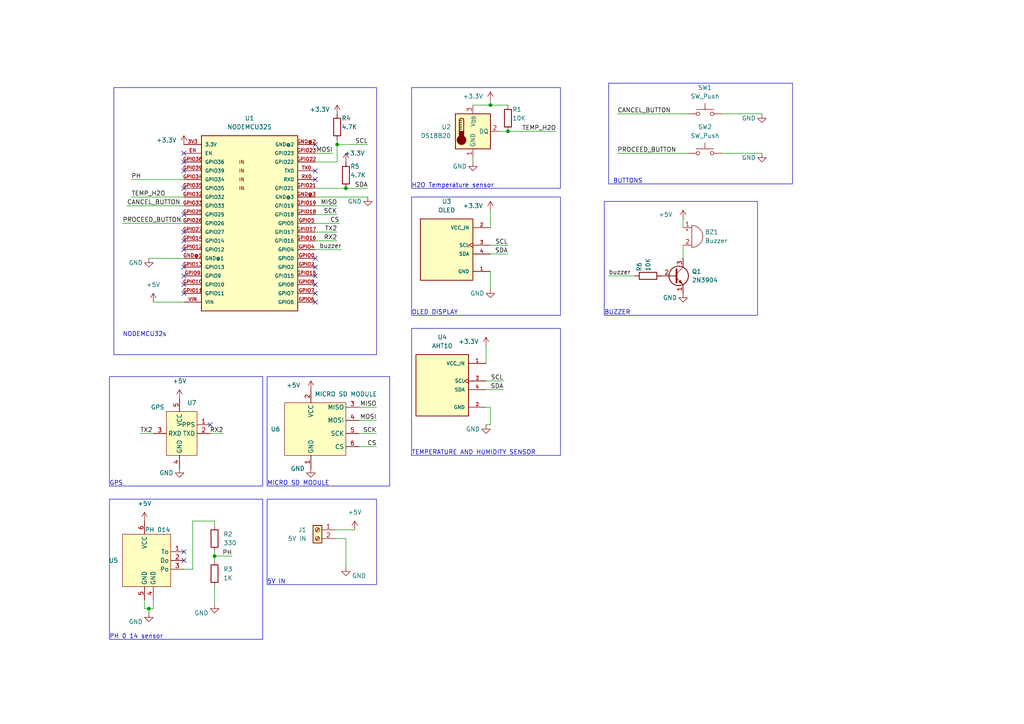
<source format=kicad_sch>
(kicad_sch (version 20230121) (generator eeschema)

  (uuid dedf82da-112a-4d85-8d90-574b71d6a635)

  (paper "A4")

  (lib_symbols
    (symbol "Connector:Screw_Terminal_01x02" (pin_names (offset 1.016) hide) (in_bom yes) (on_board yes)
      (property "Reference" "J" (at 0 2.54 0)
        (effects (font (size 1.27 1.27)))
      )
      (property "Value" "Screw_Terminal_01x02" (at 0 -5.08 0)
        (effects (font (size 1.27 1.27)))
      )
      (property "Footprint" "" (at 0 0 0)
        (effects (font (size 1.27 1.27)) hide)
      )
      (property "Datasheet" "~" (at 0 0 0)
        (effects (font (size 1.27 1.27)) hide)
      )
      (property "ki_keywords" "screw terminal" (at 0 0 0)
        (effects (font (size 1.27 1.27)) hide)
      )
      (property "ki_description" "Generic screw terminal, single row, 01x02, script generated (kicad-library-utils/schlib/autogen/connector/)" (at 0 0 0)
        (effects (font (size 1.27 1.27)) hide)
      )
      (property "ki_fp_filters" "TerminalBlock*:*" (at 0 0 0)
        (effects (font (size 1.27 1.27)) hide)
      )
      (symbol "Screw_Terminal_01x02_1_1"
        (rectangle (start -1.27 1.27) (end 1.27 -3.81)
          (stroke (width 0.254) (type default))
          (fill (type background))
        )
        (circle (center 0 -2.54) (radius 0.635)
          (stroke (width 0.1524) (type default))
          (fill (type none))
        )
        (polyline
          (pts
            (xy -0.5334 -2.2098)
            (xy 0.3302 -3.048)
          )
          (stroke (width 0.1524) (type default))
          (fill (type none))
        )
        (polyline
          (pts
            (xy -0.5334 0.3302)
            (xy 0.3302 -0.508)
          )
          (stroke (width 0.1524) (type default))
          (fill (type none))
        )
        (polyline
          (pts
            (xy -0.3556 -2.032)
            (xy 0.508 -2.8702)
          )
          (stroke (width 0.1524) (type default))
          (fill (type none))
        )
        (polyline
          (pts
            (xy -0.3556 0.508)
            (xy 0.508 -0.3302)
          )
          (stroke (width 0.1524) (type default))
          (fill (type none))
        )
        (circle (center 0 0) (radius 0.635)
          (stroke (width 0.1524) (type default))
          (fill (type none))
        )
        (pin passive line (at -5.08 0 0) (length 3.81)
          (name "Pin_1" (effects (font (size 1.27 1.27))))
          (number "1" (effects (font (size 1.27 1.27))))
        )
        (pin passive line (at -5.08 -2.54 0) (length 3.81)
          (name "Pin_2" (effects (font (size 1.27 1.27))))
          (number "2" (effects (font (size 1.27 1.27))))
        )
      )
    )
    (symbol "DM-OLED096-636_1" (pin_names (offset 1.016)) (in_bom yes) (on_board yes)
      (property "Reference" "U4" (at 0 15.24 0)
        (effects (font (size 1.27 1.27)))
      )
      (property "Value" "OLED" (at 0 12.7 0)
        (effects (font (size 1.27 1.27)))
      )
      (property "Footprint" "DM-OLED096-636:MODULE_DM-OLED096-636" (at 0 0 0)
        (effects (font (size 1.27 1.27)) (justify bottom) hide)
      )
      (property "Datasheet" "" (at 0 0 0)
        (effects (font (size 1.27 1.27)) hide)
      )
      (property "MF" "Display Module" (at 0 0 0)
        (effects (font (size 1.27 1.27)) (justify bottom) hide)
      )
      (property "MAXIMUM_PACKAGE_HEIGHT" "11.3 mm" (at 0 0 0)
        (effects (font (size 1.27 1.27)) (justify bottom) hide)
      )
      (property "Package" "Package" (at 0 0 0)
        (effects (font (size 1.27 1.27)) (justify bottom) hide)
      )
      (property "Price" "None" (at 0 0 0)
        (effects (font (size 1.27 1.27)) (justify bottom) hide)
      )
      (property "Check_prices" "https://www.snapeda.com/parts/DM-OLED096-636/Display+Module/view-part/?ref=eda" (at 0 0 0)
        (effects (font (size 1.27 1.27)) (justify bottom) hide)
      )
      (property "STANDARD" "Manufacturer Recommendations" (at 0 0 0)
        (effects (font (size 1.27 1.27)) (justify bottom) hide)
      )
      (property "PARTREV" "2018-09-10" (at 0 0 0)
        (effects (font (size 1.27 1.27)) (justify bottom) hide)
      )
      (property "SnapEDA_Link" "https://www.snapeda.com/parts/DM-OLED096-636/Display+Module/view-part/?ref=snap" (at 0 0 0)
        (effects (font (size 1.27 1.27)) (justify bottom) hide)
      )
      (property "MP" "DM-OLED096-636" (at 0 0 0)
        (effects (font (size 1.27 1.27)) (justify bottom) hide)
      )
      (property "Description" "\n0.96” 128 X 64 MONOCHROME GRAPHIC OLED DISPLAY MODULE - I2C\n" (at 0 0 0)
        (effects (font (size 1.27 1.27)) (justify bottom) hide)
      )
      (property "Availability" "Not in stock" (at 0 0 0)
        (effects (font (size 1.27 1.27)) (justify bottom) hide)
      )
      (property "MANUFACTURER" "Displaymodule" (at 0 0 0)
        (effects (font (size 1.27 1.27)) (justify bottom) hide)
      )
      (symbol "DM-OLED096-636_1_0_0"
        (rectangle (start -7.62 -7.62) (end 7.62 10.16)
          (stroke (width 0.254) (type default))
          (fill (type background))
        )
        (pin input clock (at 12.7 2.54 180) (length 5.08)
          (name "SCL" (effects (font (size 1.016 1.016))))
          (number "3" (effects (font (size 1.016 1.016))))
        )
        (pin bidirectional line (at 12.7 0 180) (length 5.08)
          (name "SDA" (effects (font (size 1.016 1.016))))
          (number "4" (effects (font (size 1.016 1.016))))
        )
      )
      (symbol "DM-OLED096-636_1_1_0"
        (pin power_in line (at 12.7 7.62 180) (length 5.08)
          (name "VCC_IN" (effects (font (size 1.016 1.016))))
          (number "1" (effects (font (size 1.016 1.016))))
        )
        (pin power_in line (at 12.7 -5.08 180) (length 5.08)
          (name "GND" (effects (font (size 1.016 1.016))))
          (number "2" (effects (font (size 1.016 1.016))))
        )
      )
    )
    (symbol "Device:Buzzer" (pin_names (offset 0.0254) hide) (in_bom yes) (on_board yes)
      (property "Reference" "BZ" (at 3.81 1.27 0)
        (effects (font (size 1.27 1.27)) (justify left))
      )
      (property "Value" "Buzzer" (at 3.81 -1.27 0)
        (effects (font (size 1.27 1.27)) (justify left))
      )
      (property "Footprint" "" (at -0.635 2.54 90)
        (effects (font (size 1.27 1.27)) hide)
      )
      (property "Datasheet" "~" (at -0.635 2.54 90)
        (effects (font (size 1.27 1.27)) hide)
      )
      (property "ki_keywords" "quartz resonator ceramic" (at 0 0 0)
        (effects (font (size 1.27 1.27)) hide)
      )
      (property "ki_description" "Buzzer, polarized" (at 0 0 0)
        (effects (font (size 1.27 1.27)) hide)
      )
      (property "ki_fp_filters" "*Buzzer*" (at 0 0 0)
        (effects (font (size 1.27 1.27)) hide)
      )
      (symbol "Buzzer_0_1"
        (arc (start 0 -3.175) (mid 3.1612 0) (end 0 3.175)
          (stroke (width 0) (type default))
          (fill (type none))
        )
        (polyline
          (pts
            (xy -1.651 1.905)
            (xy -1.143 1.905)
          )
          (stroke (width 0) (type default))
          (fill (type none))
        )
        (polyline
          (pts
            (xy -1.397 2.159)
            (xy -1.397 1.651)
          )
          (stroke (width 0) (type default))
          (fill (type none))
        )
        (polyline
          (pts
            (xy 0 3.175)
            (xy 0 -3.175)
          )
          (stroke (width 0) (type default))
          (fill (type none))
        )
      )
      (symbol "Buzzer_1_1"
        (pin passive line (at -2.54 2.54 0) (length 2.54)
          (name "+" (effects (font (size 1.27 1.27))))
          (number "1" (effects (font (size 1.27 1.27))))
        )
        (pin passive line (at -2.54 -2.54 0) (length 2.54)
          (name "-" (effects (font (size 1.27 1.27))))
          (number "2" (effects (font (size 1.27 1.27))))
        )
      )
    )
    (symbol "Device:R" (pin_numbers hide) (pin_names (offset 0)) (in_bom yes) (on_board yes)
      (property "Reference" "R" (at 2.032 0 90)
        (effects (font (size 1.27 1.27)))
      )
      (property "Value" "R" (at 0 0 90)
        (effects (font (size 1.27 1.27)))
      )
      (property "Footprint" "" (at -1.778 0 90)
        (effects (font (size 1.27 1.27)) hide)
      )
      (property "Datasheet" "~" (at 0 0 0)
        (effects (font (size 1.27 1.27)) hide)
      )
      (property "ki_keywords" "R res resistor" (at 0 0 0)
        (effects (font (size 1.27 1.27)) hide)
      )
      (property "ki_description" "Resistor" (at 0 0 0)
        (effects (font (size 1.27 1.27)) hide)
      )
      (property "ki_fp_filters" "R_*" (at 0 0 0)
        (effects (font (size 1.27 1.27)) hide)
      )
      (symbol "R_0_1"
        (rectangle (start -1.016 -2.54) (end 1.016 2.54)
          (stroke (width 0.254) (type default))
          (fill (type none))
        )
      )
      (symbol "R_1_1"
        (pin passive line (at 0 3.81 270) (length 1.27)
          (name "~" (effects (font (size 1.27 1.27))))
          (number "1" (effects (font (size 1.27 1.27))))
        )
        (pin passive line (at 0 -3.81 90) (length 1.27)
          (name "~" (effects (font (size 1.27 1.27))))
          (number "2" (effects (font (size 1.27 1.27))))
        )
      )
    )
    (symbol "Sensor_Temperature:DS18B20" (in_bom yes) (on_board yes)
      (property "Reference" "U" (at -3.81 6.35 0)
        (effects (font (size 1.27 1.27)))
      )
      (property "Value" "DS18B20" (at 6.35 6.35 0)
        (effects (font (size 1.27 1.27)))
      )
      (property "Footprint" "Package_TO_SOT_THT:TO-92_Inline" (at -25.4 -6.35 0)
        (effects (font (size 1.27 1.27)) hide)
      )
      (property "Datasheet" "http://datasheets.maximintegrated.com/en/ds/DS18B20.pdf" (at -3.81 6.35 0)
        (effects (font (size 1.27 1.27)) hide)
      )
      (property "ki_keywords" "OneWire 1Wire Dallas Maxim" (at 0 0 0)
        (effects (font (size 1.27 1.27)) hide)
      )
      (property "ki_description" "Programmable Resolution 1-Wire Digital Thermometer TO-92" (at 0 0 0)
        (effects (font (size 1.27 1.27)) hide)
      )
      (property "ki_fp_filters" "TO*92*" (at 0 0 0)
        (effects (font (size 1.27 1.27)) hide)
      )
      (symbol "DS18B20_0_1"
        (rectangle (start -5.08 5.08) (end 5.08 -5.08)
          (stroke (width 0.254) (type default))
          (fill (type background))
        )
        (circle (center -3.302 -2.54) (radius 1.27)
          (stroke (width 0.254) (type default))
          (fill (type outline))
        )
        (rectangle (start -2.667 -1.905) (end -3.937 0)
          (stroke (width 0.254) (type default))
          (fill (type outline))
        )
        (arc (start -2.667 3.175) (mid -3.302 3.8073) (end -3.937 3.175)
          (stroke (width 0.254) (type default))
          (fill (type none))
        )
        (polyline
          (pts
            (xy -3.937 0.635)
            (xy -3.302 0.635)
          )
          (stroke (width 0.254) (type default))
          (fill (type none))
        )
        (polyline
          (pts
            (xy -3.937 1.27)
            (xy -3.302 1.27)
          )
          (stroke (width 0.254) (type default))
          (fill (type none))
        )
        (polyline
          (pts
            (xy -3.937 1.905)
            (xy -3.302 1.905)
          )
          (stroke (width 0.254) (type default))
          (fill (type none))
        )
        (polyline
          (pts
            (xy -3.937 2.54)
            (xy -3.302 2.54)
          )
          (stroke (width 0.254) (type default))
          (fill (type none))
        )
        (polyline
          (pts
            (xy -3.937 3.175)
            (xy -3.937 0)
          )
          (stroke (width 0.254) (type default))
          (fill (type none))
        )
        (polyline
          (pts
            (xy -3.937 3.175)
            (xy -3.302 3.175)
          )
          (stroke (width 0.254) (type default))
          (fill (type none))
        )
        (polyline
          (pts
            (xy -2.667 3.175)
            (xy -2.667 0)
          )
          (stroke (width 0.254) (type default))
          (fill (type none))
        )
      )
      (symbol "DS18B20_1_1"
        (pin power_in line (at 0 -7.62 90) (length 2.54)
          (name "GND" (effects (font (size 1.27 1.27))))
          (number "1" (effects (font (size 1.27 1.27))))
        )
        (pin bidirectional line (at 7.62 0 180) (length 2.54)
          (name "DQ" (effects (font (size 1.27 1.27))))
          (number "2" (effects (font (size 1.27 1.27))))
        )
        (pin power_in line (at 0 7.62 270) (length 2.54)
          (name "V_{DD}" (effects (font (size 1.27 1.27))))
          (number "3" (effects (font (size 1.27 1.27))))
        )
      )
    )
    (symbol "Switch:SW_Push" (pin_numbers hide) (pin_names (offset 1.016) hide) (in_bom yes) (on_board yes)
      (property "Reference" "SW" (at 1.27 2.54 0)
        (effects (font (size 1.27 1.27)) (justify left))
      )
      (property "Value" "SW_Push" (at 0 -1.524 0)
        (effects (font (size 1.27 1.27)))
      )
      (property "Footprint" "" (at 0 5.08 0)
        (effects (font (size 1.27 1.27)) hide)
      )
      (property "Datasheet" "~" (at 0 5.08 0)
        (effects (font (size 1.27 1.27)) hide)
      )
      (property "ki_keywords" "switch normally-open pushbutton push-button" (at 0 0 0)
        (effects (font (size 1.27 1.27)) hide)
      )
      (property "ki_description" "Push button switch, generic, two pins" (at 0 0 0)
        (effects (font (size 1.27 1.27)) hide)
      )
      (symbol "SW_Push_0_1"
        (circle (center -2.032 0) (radius 0.508)
          (stroke (width 0) (type default))
          (fill (type none))
        )
        (polyline
          (pts
            (xy 0 1.27)
            (xy 0 3.048)
          )
          (stroke (width 0) (type default))
          (fill (type none))
        )
        (polyline
          (pts
            (xy 2.54 1.27)
            (xy -2.54 1.27)
          )
          (stroke (width 0) (type default))
          (fill (type none))
        )
        (circle (center 2.032 0) (radius 0.508)
          (stroke (width 0) (type default))
          (fill (type none))
        )
        (pin passive line (at -5.08 0 0) (length 2.54)
          (name "1" (effects (font (size 1.27 1.27))))
          (number "1" (effects (font (size 1.27 1.27))))
        )
        (pin passive line (at 5.08 0 180) (length 2.54)
          (name "2" (effects (font (size 1.27 1.27))))
          (number "2" (effects (font (size 1.27 1.27))))
        )
      )
    )
    (symbol "Transistor_BJT:2N3904" (pin_names (offset 0) hide) (in_bom yes) (on_board yes)
      (property "Reference" "Q" (at 5.08 1.905 0)
        (effects (font (size 1.27 1.27)) (justify left))
      )
      (property "Value" "2N3904" (at 5.08 0 0)
        (effects (font (size 1.27 1.27)) (justify left))
      )
      (property "Footprint" "Package_TO_SOT_THT:TO-92_Inline" (at 5.08 -1.905 0)
        (effects (font (size 1.27 1.27) italic) (justify left) hide)
      )
      (property "Datasheet" "https://www.onsemi.com/pub/Collateral/2N3903-D.PDF" (at 0 0 0)
        (effects (font (size 1.27 1.27)) (justify left) hide)
      )
      (property "ki_keywords" "NPN Transistor" (at 0 0 0)
        (effects (font (size 1.27 1.27)) hide)
      )
      (property "ki_description" "0.2A Ic, 40V Vce, Small Signal NPN Transistor, TO-92" (at 0 0 0)
        (effects (font (size 1.27 1.27)) hide)
      )
      (property "ki_fp_filters" "TO?92*" (at 0 0 0)
        (effects (font (size 1.27 1.27)) hide)
      )
      (symbol "2N3904_0_1"
        (polyline
          (pts
            (xy 0.635 0.635)
            (xy 2.54 2.54)
          )
          (stroke (width 0) (type default))
          (fill (type none))
        )
        (polyline
          (pts
            (xy 0.635 -0.635)
            (xy 2.54 -2.54)
            (xy 2.54 -2.54)
          )
          (stroke (width 0) (type default))
          (fill (type none))
        )
        (polyline
          (pts
            (xy 0.635 1.905)
            (xy 0.635 -1.905)
            (xy 0.635 -1.905)
          )
          (stroke (width 0.508) (type default))
          (fill (type none))
        )
        (polyline
          (pts
            (xy 1.27 -1.778)
            (xy 1.778 -1.27)
            (xy 2.286 -2.286)
            (xy 1.27 -1.778)
            (xy 1.27 -1.778)
          )
          (stroke (width 0) (type default))
          (fill (type outline))
        )
        (circle (center 1.27 0) (radius 2.8194)
          (stroke (width 0.254) (type default))
          (fill (type none))
        )
      )
      (symbol "2N3904_1_1"
        (pin passive line (at 2.54 -5.08 90) (length 2.54)
          (name "E" (effects (font (size 1.27 1.27))))
          (number "1" (effects (font (size 1.27 1.27))))
        )
        (pin passive line (at -5.08 0 0) (length 5.715)
          (name "B" (effects (font (size 1.27 1.27))))
          (number "2" (effects (font (size 1.27 1.27))))
        )
        (pin passive line (at 2.54 5.08 270) (length 2.54)
          (name "C" (effects (font (size 1.27 1.27))))
          (number "3" (effects (font (size 1.27 1.27))))
        )
      )
    )
    (symbol "power:+3.3V" (power) (pin_names (offset 0)) (in_bom yes) (on_board yes)
      (property "Reference" "#PWR" (at 0 -3.81 0)
        (effects (font (size 1.27 1.27)) hide)
      )
      (property "Value" "+3.3V" (at 0 3.556 0)
        (effects (font (size 1.27 1.27)))
      )
      (property "Footprint" "" (at 0 0 0)
        (effects (font (size 1.27 1.27)) hide)
      )
      (property "Datasheet" "" (at 0 0 0)
        (effects (font (size 1.27 1.27)) hide)
      )
      (property "ki_keywords" "global power" (at 0 0 0)
        (effects (font (size 1.27 1.27)) hide)
      )
      (property "ki_description" "Power symbol creates a global label with name \"+3.3V\"" (at 0 0 0)
        (effects (font (size 1.27 1.27)) hide)
      )
      (symbol "+3.3V_0_1"
        (polyline
          (pts
            (xy -0.762 1.27)
            (xy 0 2.54)
          )
          (stroke (width 0) (type default))
          (fill (type none))
        )
        (polyline
          (pts
            (xy 0 0)
            (xy 0 2.54)
          )
          (stroke (width 0) (type default))
          (fill (type none))
        )
        (polyline
          (pts
            (xy 0 2.54)
            (xy 0.762 1.27)
          )
          (stroke (width 0) (type default))
          (fill (type none))
        )
      )
      (symbol "+3.3V_1_1"
        (pin power_in line (at 0 0 90) (length 0) hide
          (name "+3.3V" (effects (font (size 1.27 1.27))))
          (number "1" (effects (font (size 1.27 1.27))))
        )
      )
    )
    (symbol "power:+5V" (power) (pin_names (offset 0)) (in_bom yes) (on_board yes)
      (property "Reference" "#PWR" (at 0 -3.81 0)
        (effects (font (size 1.27 1.27)) hide)
      )
      (property "Value" "+5V" (at 0 3.556 0)
        (effects (font (size 1.27 1.27)))
      )
      (property "Footprint" "" (at 0 0 0)
        (effects (font (size 1.27 1.27)) hide)
      )
      (property "Datasheet" "" (at 0 0 0)
        (effects (font (size 1.27 1.27)) hide)
      )
      (property "ki_keywords" "global power" (at 0 0 0)
        (effects (font (size 1.27 1.27)) hide)
      )
      (property "ki_description" "Power symbol creates a global label with name \"+5V\"" (at 0 0 0)
        (effects (font (size 1.27 1.27)) hide)
      )
      (symbol "+5V_0_1"
        (polyline
          (pts
            (xy -0.762 1.27)
            (xy 0 2.54)
          )
          (stroke (width 0) (type default))
          (fill (type none))
        )
        (polyline
          (pts
            (xy 0 0)
            (xy 0 2.54)
          )
          (stroke (width 0) (type default))
          (fill (type none))
        )
        (polyline
          (pts
            (xy 0 2.54)
            (xy 0.762 1.27)
          )
          (stroke (width 0) (type default))
          (fill (type none))
        )
      )
      (symbol "+5V_1_1"
        (pin power_in line (at 0 0 90) (length 0) hide
          (name "+5V" (effects (font (size 1.27 1.27))))
          (number "1" (effects (font (size 1.27 1.27))))
        )
      )
    )
    (symbol "power:GND" (power) (pin_names (offset 0)) (in_bom yes) (on_board yes)
      (property "Reference" "#PWR" (at 0 -6.35 0)
        (effects (font (size 1.27 1.27)) hide)
      )
      (property "Value" "GND" (at 0 -3.81 0)
        (effects (font (size 1.27 1.27)))
      )
      (property "Footprint" "" (at 0 0 0)
        (effects (font (size 1.27 1.27)) hide)
      )
      (property "Datasheet" "" (at 0 0 0)
        (effects (font (size 1.27 1.27)) hide)
      )
      (property "ki_keywords" "global power" (at 0 0 0)
        (effects (font (size 1.27 1.27)) hide)
      )
      (property "ki_description" "Power symbol creates a global label with name \"GND\" , ground" (at 0 0 0)
        (effects (font (size 1.27 1.27)) hide)
      )
      (symbol "GND_0_1"
        (polyline
          (pts
            (xy 0 0)
            (xy 0 -1.27)
            (xy 1.27 -1.27)
            (xy 0 -2.54)
            (xy -1.27 -1.27)
            (xy 0 -1.27)
          )
          (stroke (width 0) (type default))
          (fill (type none))
        )
      )
      (symbol "GND_1_1"
        (pin power_in line (at 0 0 270) (length 0) hide
          (name "GND" (effects (font (size 1.27 1.27))))
          (number "1" (effects (font (size 1.27 1.27))))
        )
      )
    )
    (symbol "yeffrimic:DM-OLED096-636" (pin_names (offset 1.016)) (in_bom yes) (on_board yes)
      (property "Reference" "U" (at -7.62 10.922 0)
        (effects (font (size 1.27 1.27)) (justify left bottom))
      )
      (property "Value" "DM-OLED096-636" (at -7.62 -10.16 0)
        (effects (font (size 1.27 1.27)) (justify left bottom))
      )
      (property "Footprint" "DM-OLED096-636:MODULE_DM-OLED096-636" (at 0 0 0)
        (effects (font (size 1.27 1.27)) (justify bottom) hide)
      )
      (property "Datasheet" "" (at 0 0 0)
        (effects (font (size 1.27 1.27)) hide)
      )
      (property "MF" "Display Module" (at 0 0 0)
        (effects (font (size 1.27 1.27)) (justify bottom) hide)
      )
      (property "MAXIMUM_PACKAGE_HEIGHT" "11.3 mm" (at 0 0 0)
        (effects (font (size 1.27 1.27)) (justify bottom) hide)
      )
      (property "Package" "Package" (at 0 0 0)
        (effects (font (size 1.27 1.27)) (justify bottom) hide)
      )
      (property "Price" "None" (at 0 0 0)
        (effects (font (size 1.27 1.27)) (justify bottom) hide)
      )
      (property "Check_prices" "https://www.snapeda.com/parts/DM-OLED096-636/Display+Module/view-part/?ref=eda" (at 0 0 0)
        (effects (font (size 1.27 1.27)) (justify bottom) hide)
      )
      (property "STANDARD" "Manufacturer Recommendations" (at 0 0 0)
        (effects (font (size 1.27 1.27)) (justify bottom) hide)
      )
      (property "PARTREV" "2018-09-10" (at 0 0 0)
        (effects (font (size 1.27 1.27)) (justify bottom) hide)
      )
      (property "SnapEDA_Link" "https://www.snapeda.com/parts/DM-OLED096-636/Display+Module/view-part/?ref=snap" (at 0 0 0)
        (effects (font (size 1.27 1.27)) (justify bottom) hide)
      )
      (property "MP" "DM-OLED096-636" (at 0 0 0)
        (effects (font (size 1.27 1.27)) (justify bottom) hide)
      )
      (property "Description" "\n0.96” 128 X 64 MONOCHROME GRAPHIC OLED DISPLAY MODULE - I2C\n" (at 0 0 0)
        (effects (font (size 1.27 1.27)) (justify bottom) hide)
      )
      (property "Availability" "Not in stock" (at 0 0 0)
        (effects (font (size 1.27 1.27)) (justify bottom) hide)
      )
      (property "MANUFACTURER" "Displaymodule" (at 0 0 0)
        (effects (font (size 1.27 1.27)) (justify bottom) hide)
      )
      (symbol "DM-OLED096-636_0_0"
        (rectangle (start -7.62 -7.62) (end 7.62 10.16)
          (stroke (width 0.254) (type default))
          (fill (type background))
        )
        (pin power_in line (at 12.7 -5.08 180) (length 5.08)
          (name "GND" (effects (font (size 1.016 1.016))))
          (number "1" (effects (font (size 1.016 1.016))))
        )
        (pin power_in line (at 12.7 7.62 180) (length 5.08)
          (name "VCC_IN" (effects (font (size 1.016 1.016))))
          (number "2" (effects (font (size 1.016 1.016))))
        )
        (pin input clock (at 12.7 2.54 180) (length 5.08)
          (name "SCL" (effects (font (size 1.016 1.016))))
          (number "3" (effects (font (size 1.016 1.016))))
        )
        (pin bidirectional line (at 12.7 0 180) (length 5.08)
          (name "SDA" (effects (font (size 1.016 1.016))))
          (number "4" (effects (font (size 1.016 1.016))))
        )
      )
    )
    (symbol "yeffrimic:GPS_neo_6_mv2" (in_bom yes) (on_board yes)
      (property "Reference" "U" (at -3.81 0 0)
        (effects (font (size 1.27 1.27)))
      )
      (property "Value" "" (at 0 0 0)
        (effects (font (size 1.27 1.27)))
      )
      (property "Footprint" "" (at 0 0 0)
        (effects (font (size 1.27 1.27)) hide)
      )
      (property "Datasheet" "" (at 0 0 0)
        (effects (font (size 1.27 1.27)) hide)
      )
      (symbol "GPS_neo_6_mv2_1_1"
        (rectangle (start -3.81 -1.27) (end 5.08 -13.97)
          (stroke (width 0) (type default))
          (fill (type background))
        )
        (pin bidirectional line (at 8.89 -5.08 180) (length 3.81)
          (name "PPS" (effects (font (size 1.27 1.27))))
          (number "1" (effects (font (size 1.27 1.27))))
        )
        (pin output line (at 8.89 -7.62 180) (length 3.81)
          (name "TXD" (effects (font (size 1.27 1.27))))
          (number "2" (effects (font (size 1.27 1.27))))
        )
        (pin input line (at -7.62 -7.62 0) (length 3.81)
          (name "RXD" (effects (font (size 1.27 1.27))))
          (number "3" (effects (font (size 1.27 1.27))))
        )
        (pin power_in line (at 0 -17.78 90) (length 3.81)
          (name "GND" (effects (font (size 1.27 1.27))))
          (number "4" (effects (font (size 1.27 1.27))))
        )
        (pin power_in line (at 0 2.54 270) (length 3.81)
          (name "VCC" (effects (font (size 1.27 1.27))))
          (number "5" (effects (font (size 1.27 1.27))))
        )
      )
    )
    (symbol "yeffrimic:NODEMCU32S" (pin_names (offset 1.016)) (in_bom yes) (on_board yes)
      (property "Reference" "U" (at -12.7 22.86 0)
        (effects (font (size 1.27 1.27)) (justify left bottom))
      )
      (property "Value" "NODEMCU32S" (at -12.7 -30.48 0)
        (effects (font (size 1.27 1.27)) (justify left bottom))
      )
      (property "Footprint" "NODEMCU32S:NODEMCU32S" (at 0 0 0)
        (effects (font (size 1.27 1.27)) (justify bottom) hide)
      )
      (property "Datasheet" "" (at 0 0 0)
        (effects (font (size 1.27 1.27)) hide)
      )
      (property "MF" "AI-Thinker" (at 0 0 0)
        (effects (font (size 1.27 1.27)) (justify bottom) hide)
      )
      (property "Description" "\nWIFI MODULE V1\n" (at 0 0 0)
        (effects (font (size 1.27 1.27)) (justify bottom) hide)
      )
      (property "Package" "Package" (at 0 0 0)
        (effects (font (size 1.27 1.27)) (justify bottom) hide)
      )
      (property "Price" "None" (at 0 0 0)
        (effects (font (size 1.27 1.27)) (justify bottom) hide)
      )
      (property "SnapEDA_Link" "https://www.snapeda.com/parts/NODEMCU-32S/AI-Thinker/view-part/?ref=snap" (at 0 0 0)
        (effects (font (size 1.27 1.27)) (justify bottom) hide)
      )
      (property "MP" "NODEMCU-32S" (at 0 0 0)
        (effects (font (size 1.27 1.27)) (justify bottom) hide)
      )
      (property "Availability" "Not in stock" (at 0 0 0)
        (effects (font (size 1.27 1.27)) (justify bottom) hide)
      )
      (property "Check_prices" "https://www.snapeda.com/parts/NODEMCU-32S/AI-Thinker/view-part/?ref=eda" (at 0 0 0)
        (effects (font (size 1.27 1.27)) (justify bottom) hide)
      )
      (symbol "NODEMCU32S_0_0"
        (rectangle (start -12.7 -27.94) (end 15.24 22.86)
          (stroke (width 0.254) (type default))
          (fill (type background))
        )
        (text "IN" (at -1.905 7.62 0)
          (effects (font (size 1.016 1.016)) (justify left))
        )
        (text "IN" (at -1.905 10.16 0)
          (effects (font (size 1.016 1.016)) (justify left))
        )
        (text "IN" (at -1.905 12.7 0)
          (effects (font (size 1.016 1.016)) (justify left))
        )
        (text "IN" (at -1.905 15.24 0)
          (effects (font (size 1.016 1.016)) (justify left))
        )
        (pin bidirectional line (at -17.78 20.32 0) (length 5.08)
          (name "3.3V" (effects (font (size 1.016 1.016))))
          (number "3V3" (effects (font (size 1.016 1.016))))
        )
        (pin bidirectional line (at -17.78 17.78 0) (length 5.08)
          (name "EN" (effects (font (size 1.016 1.016))))
          (number "EN" (effects (font (size 1.016 1.016))))
        )
        (pin bidirectional line (at -17.78 -12.7 0) (length 5.08)
          (name "GND@1" (effects (font (size 1.016 1.016))))
          (number "GND@1" (effects (font (size 1.016 1.016))))
        )
        (pin bidirectional line (at 20.32 20.32 180) (length 5.08)
          (name "GND@2" (effects (font (size 1.016 1.016))))
          (number "GND@2" (effects (font (size 1.016 1.016))))
        )
        (pin bidirectional line (at 20.32 5.08 180) (length 5.08)
          (name "GND@3" (effects (font (size 1.016 1.016))))
          (number "GND@3" (effects (font (size 1.016 1.016))))
        )
        (pin bidirectional line (at 20.32 -12.7 180) (length 5.08)
          (name "GPIO0" (effects (font (size 1.016 1.016))))
          (number "GPIO0" (effects (font (size 1.016 1.016))))
        )
        (pin bidirectional line (at -17.78 -20.32 0) (length 5.08)
          (name "GPIO10" (effects (font (size 1.016 1.016))))
          (number "GPIO10" (effects (font (size 1.016 1.016))))
        )
        (pin bidirectional line (at -17.78 -22.86 0) (length 5.08)
          (name "GPIO11" (effects (font (size 1.016 1.016))))
          (number "GPIO11" (effects (font (size 1.016 1.016))))
        )
        (pin bidirectional line (at -17.78 -10.16 0) (length 5.08)
          (name "GPIO12" (effects (font (size 1.016 1.016))))
          (number "GPIO12" (effects (font (size 1.016 1.016))))
        )
        (pin bidirectional line (at -17.78 -15.24 0) (length 5.08)
          (name "GPIO13" (effects (font (size 1.016 1.016))))
          (number "GPIO13" (effects (font (size 1.016 1.016))))
        )
        (pin bidirectional line (at -17.78 -7.62 0) (length 5.08)
          (name "GPIO14" (effects (font (size 1.016 1.016))))
          (number "GPIO14" (effects (font (size 1.016 1.016))))
        )
        (pin bidirectional line (at 20.32 -17.78 180) (length 5.08)
          (name "GPIO15" (effects (font (size 1.016 1.016))))
          (number "GPIO15" (effects (font (size 1.016 1.016))))
        )
        (pin bidirectional line (at 20.32 -7.62 180) (length 5.08)
          (name "GPIO16" (effects (font (size 1.016 1.016))))
          (number "GPIO16" (effects (font (size 1.016 1.016))))
        )
        (pin bidirectional line (at 20.32 -5.08 180) (length 5.08)
          (name "GPIO17" (effects (font (size 1.016 1.016))))
          (number "GPIO17" (effects (font (size 1.016 1.016))))
        )
        (pin bidirectional line (at 20.32 0 180) (length 5.08)
          (name "GPIO18" (effects (font (size 1.016 1.016))))
          (number "GPIO18" (effects (font (size 1.016 1.016))))
        )
        (pin bidirectional line (at 20.32 2.54 180) (length 5.08)
          (name "GPIO19" (effects (font (size 1.016 1.016))))
          (number "GPIO19" (effects (font (size 1.016 1.016))))
        )
        (pin bidirectional line (at 20.32 -15.24 180) (length 5.08)
          (name "GPIO2" (effects (font (size 1.016 1.016))))
          (number "GPIO2" (effects (font (size 1.016 1.016))))
        )
        (pin bidirectional line (at 20.32 7.62 180) (length 5.08)
          (name "GPIO21" (effects (font (size 1.016 1.016))))
          (number "GPIO21" (effects (font (size 1.016 1.016))))
        )
        (pin bidirectional line (at 20.32 15.24 180) (length 5.08)
          (name "GPIO22" (effects (font (size 1.016 1.016))))
          (number "GPIO22" (effects (font (size 1.016 1.016))))
        )
        (pin bidirectional line (at 20.32 17.78 180) (length 5.08)
          (name "GPIO23" (effects (font (size 1.016 1.016))))
          (number "GPIO23" (effects (font (size 1.016 1.016))))
        )
        (pin bidirectional line (at -17.78 0 0) (length 5.08)
          (name "GPIO25" (effects (font (size 1.016 1.016))))
          (number "GPIO25" (effects (font (size 1.016 1.016))))
        )
        (pin bidirectional line (at -17.78 -2.54 0) (length 5.08)
          (name "GPIO26" (effects (font (size 1.016 1.016))))
          (number "GPIO26" (effects (font (size 1.016 1.016))))
        )
        (pin bidirectional line (at -17.78 -5.08 0) (length 5.08)
          (name "GPIO27" (effects (font (size 1.016 1.016))))
          (number "GPIO27" (effects (font (size 1.016 1.016))))
        )
        (pin bidirectional line (at -17.78 5.08 0) (length 5.08)
          (name "GPIO32" (effects (font (size 1.016 1.016))))
          (number "GPIO32" (effects (font (size 1.016 1.016))))
        )
        (pin bidirectional line (at -17.78 2.54 0) (length 5.08)
          (name "GPIO33" (effects (font (size 1.016 1.016))))
          (number "GPIO33" (effects (font (size 1.016 1.016))))
        )
        (pin input line (at -17.78 10.16 0) (length 5.08)
          (name "GPIO34" (effects (font (size 1.016 1.016))))
          (number "GPIO34" (effects (font (size 1.016 1.016))))
        )
        (pin input line (at -17.78 7.62 0) (length 5.08)
          (name "GPIO35" (effects (font (size 1.016 1.016))))
          (number "GPIO35" (effects (font (size 1.016 1.016))))
        )
        (pin input line (at -17.78 15.24 0) (length 5.08)
          (name "GPIO36" (effects (font (size 1.016 1.016))))
          (number "GPIO36" (effects (font (size 1.016 1.016))))
        )
        (pin input line (at -17.78 12.7 0) (length 5.08)
          (name "GPIO39" (effects (font (size 1.016 1.016))))
          (number "GPIO39" (effects (font (size 1.016 1.016))))
        )
        (pin bidirectional line (at 20.32 -10.16 180) (length 5.08)
          (name "GPIO4" (effects (font (size 1.016 1.016))))
          (number "GPIO4" (effects (font (size 1.016 1.016))))
        )
        (pin bidirectional line (at 20.32 -2.54 180) (length 5.08)
          (name "GPIO5" (effects (font (size 1.016 1.016))))
          (number "GPIO5" (effects (font (size 1.016 1.016))))
        )
        (pin bidirectional line (at 20.32 -25.4 180) (length 5.08)
          (name "GPIO6" (effects (font (size 1.016 1.016))))
          (number "GPIO6" (effects (font (size 1.016 1.016))))
        )
        (pin bidirectional line (at 20.32 -22.86 180) (length 5.08)
          (name "GPIO7" (effects (font (size 1.016 1.016))))
          (number "GPIO7" (effects (font (size 1.016 1.016))))
        )
        (pin bidirectional line (at 20.32 -20.32 180) (length 5.08)
          (name "GPIO8" (effects (font (size 1.016 1.016))))
          (number "GPIO8" (effects (font (size 1.016 1.016))))
        )
        (pin bidirectional line (at -17.78 -17.78 0) (length 5.08)
          (name "GPIO9" (effects (font (size 1.016 1.016))))
          (number "GPIO9" (effects (font (size 1.016 1.016))))
        )
        (pin bidirectional line (at 20.32 10.16 180) (length 5.08)
          (name "RX0" (effects (font (size 1.016 1.016))))
          (number "RX0" (effects (font (size 1.016 1.016))))
        )
        (pin bidirectional line (at 20.32 12.7 180) (length 5.08)
          (name "TX0" (effects (font (size 1.016 1.016))))
          (number "TX0" (effects (font (size 1.016 1.016))))
        )
        (pin bidirectional line (at -17.78 -25.4 0) (length 5.08)
          (name "VIN" (effects (font (size 1.016 1.016))))
          (number "VIN" (effects (font (size 1.016 1.016))))
        )
      )
    )
    (symbol "yeffrimic:PH_014" (in_bom yes) (on_board yes)
      (property "Reference" "U" (at -6.35 -3.81 0)
        (effects (font (size 1.27 1.27)))
      )
      (property "Value" "" (at 0 0 0)
        (effects (font (size 1.27 1.27)))
      )
      (property "Footprint" "" (at 0 0 0)
        (effects (font (size 1.27 1.27)) hide)
      )
      (property "Datasheet" "" (at 0 0 0)
        (effects (font (size 1.27 1.27)) hide)
      )
      (symbol "PH_014_1_1"
        (rectangle (start -6.35 -5.08) (end 7.62 -20.32)
          (stroke (width 0) (type default))
          (fill (type background))
        )
        (pin output line (at 11.43 -10.16 180) (length 3.81)
          (name "To" (effects (font (size 1.27 1.27))))
          (number "1" (effects (font (size 1.27 1.27))))
        )
        (pin output line (at 11.43 -12.7 180) (length 3.81)
          (name "Do" (effects (font (size 1.27 1.27))))
          (number "2" (effects (font (size 1.27 1.27))))
        )
        (pin output line (at 11.43 -15.24 180) (length 3.81)
          (name "Po" (effects (font (size 1.27 1.27))))
          (number "3" (effects (font (size 1.27 1.27))))
        )
        (pin power_in line (at 2.54 -24.13 90) (length 3.81)
          (name "GND" (effects (font (size 1.27 1.27))))
          (number "4" (effects (font (size 1.27 1.27))))
        )
        (pin power_in line (at 0 -24.13 90) (length 3.81)
          (name "GND" (effects (font (size 1.27 1.27))))
          (number "5" (effects (font (size 1.27 1.27))))
        )
        (pin power_in line (at 0 -1.27 270) (length 3.81)
          (name "VCC" (effects (font (size 1.27 1.27))))
          (number "6" (effects (font (size 1.27 1.27))))
        )
      )
    )
    (symbol "yeffrimic:micro_sd_module" (in_bom yes) (on_board yes)
      (property "Reference" "U" (at -7.62 7.62 0)
        (effects (font (size 1.27 1.27)))
      )
      (property "Value" "" (at 8.89 1.27 0)
        (effects (font (size 1.27 1.27)))
      )
      (property "Footprint" "" (at 8.89 1.27 0)
        (effects (font (size 1.27 1.27)) hide)
      )
      (property "Datasheet" "" (at 8.89 1.27 0)
        (effects (font (size 1.27 1.27)) hide)
      )
      (symbol "micro_sd_module_1_1"
        (rectangle (start -8.89 6.35) (end 8.89 -8.89)
          (stroke (width 0) (type default))
          (fill (type background))
        )
        (pin power_in line (at -1.27 -12.7 90) (length 3.81)
          (name "GND" (effects (font (size 1.27 1.27))))
          (number "1" (effects (font (size 1.27 1.27))))
        )
        (pin power_in line (at -1.27 10.16 270) (length 3.81)
          (name "VCC" (effects (font (size 1.27 1.27))))
          (number "2" (effects (font (size 1.27 1.27))))
        )
        (pin bidirectional line (at 12.7 5.08 180) (length 3.81)
          (name "MISO" (effects (font (size 1.27 1.27))))
          (number "3" (effects (font (size 1.27 1.27))))
        )
        (pin bidirectional line (at 12.7 1.27 180) (length 3.81)
          (name "MOSI" (effects (font (size 1.27 1.27))))
          (number "4" (effects (font (size 1.27 1.27))))
        )
        (pin bidirectional line (at 12.7 -2.54 180) (length 3.81)
          (name "SCK" (effects (font (size 1.27 1.27))))
          (number "5" (effects (font (size 1.27 1.27))))
        )
        (pin bidirectional line (at 12.7 -6.35 180) (length 3.81)
          (name "CS" (effects (font (size 1.27 1.27))))
          (number "6" (effects (font (size 1.27 1.27))))
        )
      )
    )
  )

  (junction (at 43.18 176.53) (diameter 0) (color 0 0 0 0)
    (uuid 0e53f78b-07b0-418a-9bc9-028b97600d80)
  )
  (junction (at 142.24 30.48) (diameter 0) (color 0 0 0 0)
    (uuid 25507c6d-cf3e-404b-a472-530af4024012)
  )
  (junction (at 147.32 38.1) (diameter 0) (color 0 0 0 0)
    (uuid 5dd03b6f-f758-44b0-8750-67971f65c447)
  )
  (junction (at 62.23 161.29) (diameter 0) (color 0 0 0 0)
    (uuid 8de2fb67-823d-465b-9642-47d5a4da36cc)
  )
  (junction (at 100.33 54.61) (diameter 0) (color 0 0 0 0)
    (uuid b5c5fe6c-ce63-4afc-84aa-0159d3f5b59a)
  )
  (junction (at 97.79 41.91) (diameter 0) (color 0 0 0 0)
    (uuid c31256cf-acd2-4d99-8c6f-eb80f2463af1)
  )

  (no_connect (at 53.34 69.85) (uuid 0166f90f-5e49-478b-8004-fbc25409e39e))
  (no_connect (at 53.34 80.01) (uuid 0f1c15da-a5f8-4169-a718-8621e1dbbc82))
  (no_connect (at 91.44 82.55) (uuid 15f2f939-407b-49af-8b68-df76622a00e5))
  (no_connect (at 91.44 41.91) (uuid 1c34b1e7-4118-4725-9712-83023809acd0))
  (no_connect (at 53.34 77.47) (uuid 2d808194-0502-46c9-805b-9256412025f5))
  (no_connect (at 91.44 85.09) (uuid 32dda3f7-b4cb-4d2a-9e31-08766149e751))
  (no_connect (at 53.34 160.02) (uuid 35a848c8-fae9-4acf-b4dc-c825783f3877))
  (no_connect (at 91.44 77.47) (uuid 4cc88057-0c37-4ff9-84a9-9548364a85db))
  (no_connect (at 91.44 52.07) (uuid 59b4a107-7534-4ed9-8ead-ec308ba5c7b0))
  (no_connect (at 53.34 72.39) (uuid 61a0ed6c-7c31-4c00-8ad1-5acac67e0f5c))
  (no_connect (at 53.34 67.31) (uuid 6f5bea15-5e27-49f6-b6b4-0e2360c9efd9))
  (no_connect (at 53.34 85.09) (uuid 841d76ac-1d45-43f0-b1b6-969ef70f9d45))
  (no_connect (at 91.44 74.93) (uuid 9176df3e-63ad-4810-8e71-b676ae3f0d30))
  (no_connect (at 53.34 82.55) (uuid a6cc82ff-2ac2-4c88-81d1-ece544cd8868))
  (no_connect (at 91.44 80.01) (uuid a8658374-2a81-4e57-a1f5-145345bb22db))
  (no_connect (at 53.34 49.53) (uuid a9e70666-edd4-42f1-ad31-34a142a37c16))
  (no_connect (at 91.44 49.53) (uuid b4b97d23-df71-4b0f-9966-92afbe43e9fb))
  (no_connect (at 53.34 54.61) (uuid c01c70f2-c9a8-4a19-aadb-3f99c51ca805))
  (no_connect (at 53.34 44.45) (uuid c10c6ab2-8db2-4e1e-8fb2-1f58e309f06f))
  (no_connect (at 53.34 46.99) (uuid c75c9993-5f6c-4c7a-a4f6-61bde735df55))
  (no_connect (at 53.34 162.56) (uuid cbeed0eb-d129-4ffa-adc9-0d11da57d2ae))
  (no_connect (at 53.34 62.23) (uuid d0491e8d-183e-4204-9574-781b982d9160))
  (no_connect (at 91.44 87.63) (uuid e546807f-2cdd-48cd-b502-db2bae489fec))
  (no_connect (at 60.96 123.19) (uuid f3a12653-79f2-4223-8592-0c639f962160))

  (wire (pts (xy 44.45 87.63) (xy 53.34 87.63))
    (stroke (width 0) (type default))
    (uuid 00b0c144-56b6-4fae-9634-c65ced98c5d9)
  )
  (wire (pts (xy 176.53 80.01) (xy 184.15 80.01))
    (stroke (width 0) (type default))
    (uuid 02255dff-4662-4c3e-8031-7d9cb7682609)
  )
  (wire (pts (xy 142.24 123.19) (xy 140.97 123.19))
    (stroke (width 0) (type default))
    (uuid 022813e8-833d-46ae-903f-73f736d98e6a)
  )
  (wire (pts (xy 43.18 176.53) (xy 41.91 176.53))
    (stroke (width 0) (type default))
    (uuid 02fce169-f486-4f47-9d3d-29c8a82ec9be)
  )
  (wire (pts (xy 179.07 33.02) (xy 199.39 33.02))
    (stroke (width 0) (type default))
    (uuid 06cdd36c-aa87-4bc6-8bec-c5d13f420203)
  )
  (wire (pts (xy 106.68 41.91) (xy 97.79 41.91))
    (stroke (width 0) (type default))
    (uuid 0a76c1a3-7958-4adb-abc8-948288800cc1)
  )
  (wire (pts (xy 62.23 170.18) (xy 62.23 175.26))
    (stroke (width 0) (type default))
    (uuid 0efcaba7-deee-499b-b6e7-17cc1945dd05)
  )
  (wire (pts (xy 44.45 173.99) (xy 44.45 176.53))
    (stroke (width 0) (type default))
    (uuid 1fada462-912a-417a-bf1c-32ae0384ab6b)
  )
  (wire (pts (xy 36.83 59.69) (xy 53.34 59.69))
    (stroke (width 0) (type default))
    (uuid 1fbdce3a-dd4f-41bf-8efb-af42aed702c9)
  )
  (wire (pts (xy 102.87 153.67) (xy 97.155 153.67))
    (stroke (width 0) (type default))
    (uuid 2a8f7bcf-048b-458b-9814-60ff3a8a15c3)
  )
  (wire (pts (xy 98.425 64.77) (xy 91.44 64.77))
    (stroke (width 0) (type default))
    (uuid 2c393998-df8d-489f-91d6-4b7e0d572101)
  )
  (wire (pts (xy 109.22 118.11) (xy 104.14 118.11))
    (stroke (width 0) (type default))
    (uuid 2dcd3a39-8540-40c1-833f-28725fc79dd5)
  )
  (wire (pts (xy 62.23 151.13) (xy 62.23 152.4))
    (stroke (width 0) (type default))
    (uuid 327da858-8769-4e02-8c7a-edab6d399c4c)
  )
  (wire (pts (xy 144.78 38.1) (xy 147.32 38.1))
    (stroke (width 0) (type default))
    (uuid 33512182-2c81-4bef-b8d8-de6e0a703b61)
  )
  (wire (pts (xy 96.52 44.45) (xy 91.44 44.45))
    (stroke (width 0) (type default))
    (uuid 356b9141-3327-4f9f-a38d-020fc41aee7e)
  )
  (wire (pts (xy 41.91 176.53) (xy 41.91 173.99))
    (stroke (width 0) (type default))
    (uuid 37848290-e52e-440d-b113-bc295faad9a3)
  )
  (wire (pts (xy 142.24 60.96) (xy 142.24 66.04))
    (stroke (width 0) (type default))
    (uuid 3a85ea1e-93a8-472f-bd06-22e28a18b088)
  )
  (wire (pts (xy 100.33 156.21) (xy 97.155 156.21))
    (stroke (width 0) (type default))
    (uuid 3e8bb672-79dc-4daf-8946-4cf975d0d543)
  )
  (wire (pts (xy 146.05 113.03) (xy 140.97 113.03))
    (stroke (width 0) (type default))
    (uuid 3fa553a5-cadd-47d4-be03-5e9ea20c51de)
  )
  (wire (pts (xy 198.12 63.5) (xy 198.12 66.04))
    (stroke (width 0) (type default))
    (uuid 4cab68e3-0383-4ada-b2d5-e45916e4f36c)
  )
  (wire (pts (xy 220.98 44.45) (xy 209.55 44.45))
    (stroke (width 0) (type default))
    (uuid 4d61be91-cae4-4620-84e7-76a2732cc7dd)
  )
  (wire (pts (xy 38.1 52.07) (xy 53.34 52.07))
    (stroke (width 0) (type default))
    (uuid 522236aa-9bf1-425c-b74f-b091c7840580)
  )
  (wire (pts (xy 43.18 74.93) (xy 53.34 74.93))
    (stroke (width 0) (type default))
    (uuid 5a97bc6b-f6f8-412c-a9c2-5ddc7161950d)
  )
  (wire (pts (xy 97.79 69.85) (xy 91.44 69.85))
    (stroke (width 0) (type default))
    (uuid 64ada362-5bc6-4ef4-b956-12198ca59762)
  )
  (wire (pts (xy 97.79 62.23) (xy 91.44 62.23))
    (stroke (width 0) (type default))
    (uuid 672f0773-71d4-4db0-9005-c14bd18cc961)
  )
  (wire (pts (xy 62.23 161.29) (xy 62.23 162.56))
    (stroke (width 0) (type default))
    (uuid 68bdafdb-7d6b-4749-aeb5-3ea325edcac6)
  )
  (wire (pts (xy 55.88 165.1) (xy 55.88 151.13))
    (stroke (width 0) (type default))
    (uuid 74b78e0b-c139-4465-9355-e1fa15ef2774)
  )
  (wire (pts (xy 100.33 164.465) (xy 100.33 156.21))
    (stroke (width 0) (type default))
    (uuid 798aed4a-52e9-4149-b296-8888218a2f82)
  )
  (wire (pts (xy 97.79 59.69) (xy 91.44 59.69))
    (stroke (width 0) (type default))
    (uuid 7a31a31b-948c-4fea-b1d9-40cd5fbcd326)
  )
  (wire (pts (xy 43.18 177.8) (xy 43.18 176.53))
    (stroke (width 0) (type default))
    (uuid 7aa56e35-53c9-4902-ad6b-da1b981a5130)
  )
  (wire (pts (xy 147.32 73.66) (xy 142.24 73.66))
    (stroke (width 0) (type default))
    (uuid 7d9d5ce5-a2fc-4bd6-8ae2-962762844b3f)
  )
  (wire (pts (xy 106.68 57.15) (xy 91.44 57.15))
    (stroke (width 0) (type default))
    (uuid 7f03c062-0dd7-422c-9f98-e3eb5febac58)
  )
  (wire (pts (xy 142.24 123.19) (xy 142.24 118.11))
    (stroke (width 0) (type default))
    (uuid 84bc2ff6-6022-40f0-8534-15f403b1144a)
  )
  (wire (pts (xy 109.22 121.92) (xy 104.14 121.92))
    (stroke (width 0) (type default))
    (uuid 861046a8-46b7-4ed6-a897-5a3b9e85de24)
  )
  (wire (pts (xy 38.1 57.15) (xy 53.34 57.15))
    (stroke (width 0) (type default))
    (uuid 8741c0dc-76ba-4d56-9f59-f7b4117c06e4)
  )
  (wire (pts (xy 35.56 64.77) (xy 53.34 64.77))
    (stroke (width 0) (type default))
    (uuid 8bcbe70b-b9b3-4195-a550-0dfd40a449ef)
  )
  (wire (pts (xy 100.33 54.61) (xy 106.68 54.61))
    (stroke (width 0) (type default))
    (uuid 8f7536d6-0a1f-474c-9b7f-0f0535ae468a)
  )
  (wire (pts (xy 40.64 125.73) (xy 44.45 125.73))
    (stroke (width 0) (type default))
    (uuid 9449c7e6-639b-4558-90ff-5cfa66b2d160)
  )
  (wire (pts (xy 142.24 30.48) (xy 147.32 30.48))
    (stroke (width 0) (type default))
    (uuid 9f657177-2467-4d10-aad7-e6ed4329e35c)
  )
  (wire (pts (xy 142.24 118.11) (xy 140.97 118.11))
    (stroke (width 0) (type default))
    (uuid a0a396d6-499d-4e0f-b0d9-c336abb67aec)
  )
  (wire (pts (xy 97.79 67.31) (xy 91.44 67.31))
    (stroke (width 0) (type default))
    (uuid a73667ab-861c-443a-b945-006ffd38b660)
  )
  (wire (pts (xy 62.23 160.02) (xy 62.23 161.29))
    (stroke (width 0) (type default))
    (uuid abbae77f-560e-48fa-bdf6-af0cc42e6d13)
  )
  (wire (pts (xy 55.88 151.13) (xy 62.23 151.13))
    (stroke (width 0) (type default))
    (uuid b2e11d39-856c-44e9-b012-3975a3e75489)
  )
  (wire (pts (xy 99.06 72.39) (xy 91.44 72.39))
    (stroke (width 0) (type default))
    (uuid b7a397ef-a50d-4097-879e-502c05557759)
  )
  (wire (pts (xy 91.44 54.61) (xy 100.33 54.61))
    (stroke (width 0) (type default))
    (uuid b8b21ff1-4c2d-4d2e-96c2-fe4037f142f5)
  )
  (wire (pts (xy 137.16 46.99) (xy 137.16 45.72))
    (stroke (width 0) (type default))
    (uuid b9cd2659-059d-4870-ad31-c60fb53486c8)
  )
  (wire (pts (xy 137.16 30.48) (xy 142.24 30.48))
    (stroke (width 0) (type default))
    (uuid bb960dd2-8cd1-4ce1-b3f8-7abba3f93f2f)
  )
  (wire (pts (xy 142.24 29.21) (xy 142.24 30.48))
    (stroke (width 0) (type default))
    (uuid c1627fee-2e99-4f36-8bac-bb37b8c0178a)
  )
  (wire (pts (xy 147.32 38.1) (xy 161.29 38.1))
    (stroke (width 0) (type default))
    (uuid c25fd7df-cf11-4579-a0d0-456cb54b376a)
  )
  (wire (pts (xy 142.24 71.12) (xy 147.32 71.12))
    (stroke (width 0) (type default))
    (uuid c5b1876f-eb24-4c18-8328-d1dd865046ab)
  )
  (wire (pts (xy 109.22 125.73) (xy 104.14 125.73))
    (stroke (width 0) (type default))
    (uuid c5d9a5ce-03cf-4c5d-83d4-5a74683fbf62)
  )
  (wire (pts (xy 97.79 41.91) (xy 97.79 46.99))
    (stroke (width 0) (type default))
    (uuid c940b8fd-5d18-4d7c-81d9-d327a7577522)
  )
  (wire (pts (xy 97.79 46.99) (xy 91.44 46.99))
    (stroke (width 0) (type default))
    (uuid d0adfb1a-7d8a-4bb0-bb21-569b9a1c91a6)
  )
  (wire (pts (xy 97.79 40.64) (xy 97.79 41.91))
    (stroke (width 0) (type default))
    (uuid d1d0d0bf-6371-4dad-b7aa-004182f89012)
  )
  (wire (pts (xy 191.77 80.01) (xy 190.5 80.01))
    (stroke (width 0) (type default))
    (uuid d2927e90-6034-4576-902b-122814eca822)
  )
  (wire (pts (xy 53.34 165.1) (xy 55.88 165.1))
    (stroke (width 0) (type default))
    (uuid d462f907-5cd7-4626-9bbf-8255df883ca8)
  )
  (wire (pts (xy 179.07 44.45) (xy 199.39 44.45))
    (stroke (width 0) (type default))
    (uuid dc680a3f-00c0-45a1-9538-65e29ac498f5)
  )
  (wire (pts (xy 140.97 110.49) (xy 146.05 110.49))
    (stroke (width 0) (type default))
    (uuid e1560251-1056-4547-bbca-46628fa3e9e8)
  )
  (wire (pts (xy 64.77 125.73) (xy 60.96 125.73))
    (stroke (width 0) (type default))
    (uuid ef9632fa-46d1-417b-9bc9-b0f239825aff)
  )
  (wire (pts (xy 109.22 129.54) (xy 104.14 129.54))
    (stroke (width 0) (type default))
    (uuid f0832d6d-25da-4307-8945-51823a3c3b2e)
  )
  (wire (pts (xy 44.45 176.53) (xy 43.18 176.53))
    (stroke (width 0) (type default))
    (uuid f34b264c-fe5b-443b-8d50-71b33bcad190)
  )
  (wire (pts (xy 220.98 33.02) (xy 209.55 33.02))
    (stroke (width 0) (type default))
    (uuid f62660e1-dc7d-4516-89fb-4be29afba18f)
  )
  (wire (pts (xy 62.23 161.29) (xy 67.31 161.29))
    (stroke (width 0) (type default))
    (uuid f6547dd7-0037-4500-96b9-6eb394df1d86)
  )
  (wire (pts (xy 140.97 100.33) (xy 140.97 105.41))
    (stroke (width 0) (type default))
    (uuid f8932329-2846-45af-89fa-f33ceddd5966)
  )
  (wire (pts (xy 142.24 83.82) (xy 142.24 78.74))
    (stroke (width 0) (type default))
    (uuid fc6eee85-a607-4e1a-88c8-7971f4fcfbbd)
  )
  (wire (pts (xy 198.12 71.12) (xy 198.12 74.93))
    (stroke (width 0) (type default))
    (uuid fd2b36df-e9ab-429a-9215-c707ead040b1)
  )

  (rectangle (start 176.53 24.13) (end 229.87 53.34)
    (stroke (width 0) (type default))
    (fill (type none))
    (uuid 11c5128b-e4fc-41c9-a0b8-cc2185993081)
  )
  (rectangle (start 77.47 144.78) (end 109.22 169.545)
    (stroke (width 0) (type default))
    (fill (type none))
    (uuid 1e846f49-15a9-4f30-a82a-1c4544942c0f)
  )
  (rectangle (start 33.02 25.4) (end 109.22 102.87)
    (stroke (width 0) (type default))
    (fill (type none))
    (uuid 20f99508-c640-47fe-bacf-973672c2c5c7)
  )
  (rectangle (start 175.26 58.42) (end 219.71 91.44)
    (stroke (width 0) (type default))
    (fill (type none))
    (uuid 2c67ddbf-85b2-43d8-b4a2-7667a9b2caaf)
  )
  (rectangle (start 31.75 109.22) (end 76.2 140.97)
    (stroke (width 0) (type default))
    (fill (type none))
    (uuid 367edd01-bf2b-49b1-bda7-cfa9fc8b7f19)
  )
  (rectangle (start 77.47 109.22) (end 113.03 140.97)
    (stroke (width 0) (type default))
    (fill (type none))
    (uuid 5d5c7081-6d49-4fe3-b51a-aaab683cc775)
  )
  (rectangle (start 119.38 25.4) (end 162.56 54.61)
    (stroke (width 0) (type default))
    (fill (type none))
    (uuid 69d19f28-0fe4-48cb-8138-f88503d6c48a)
  )
  (rectangle (start 31.75 144.78) (end 76.2 185.42)
    (stroke (width 0) (type default))
    (fill (type none))
    (uuid 78b23baa-ef9b-4f26-97aa-808ce5351d01)
  )
  (rectangle (start 119.38 57.15) (end 162.56 91.44)
    (stroke (width 0) (type default))
    (fill (type none))
    (uuid aed6c913-4610-4df1-b5d8-ef2c233ce383)
  )
  (rectangle (start 119.38 95.25) (end 162.56 132.08)
    (stroke (width 0) (type default))
    (fill (type none))
    (uuid e5720f93-d87f-4862-a896-7da506c6300b)
  )

  (text "5V IN\n" (at 77.47 169.545 0)
    (effects (font (size 1.27 1.27)) (justify left bottom))
    (uuid 06b6b0c3-9f67-44d8-ba41-9b47d9b500ba)
  )
  (text "BUZZER" (at 175.26 91.44 0)
    (effects (font (size 1.27 1.27)) (justify left bottom))
    (uuid 173a6d4d-ee8b-4e4f-9e95-d37c48f5076f)
  )
  (text "PH 0 14 sensor" (at 31.75 185.42 0)
    (effects (font (size 1.27 1.27)) (justify left bottom))
    (uuid 22b90d0f-c01f-430a-8114-29f2bf55588b)
  )
  (text "OLED DISPLAY" (at 119.38 91.44 0)
    (effects (font (size 1.27 1.27)) (justify left bottom))
    (uuid 4776700c-ffbd-43df-85b7-893dacd53e24)
  )
  (text "H2O Temperature sensor" (at 119.38 54.61 0)
    (effects (font (size 1.27 1.27)) (justify left bottom))
    (uuid 7003ab33-efd8-4bfe-b572-62208b6cf7da)
  )
  (text "NODEMCU32s\n" (at 35.56 97.79 0)
    (effects (font (size 1.27 1.27)) (justify left bottom))
    (uuid 85742ef3-2fba-43ff-9a47-822066a881d1)
  )
  (text "MICRO SD MODULE" (at 77.47 140.97 0)
    (effects (font (size 1.27 1.27)) (justify left bottom))
    (uuid 864a0b76-637d-4dfc-889f-3e717f2748e0)
  )
  (text "BUTTONS" (at 177.8 53.34 0)
    (effects (font (size 1.27 1.27)) (justify left bottom))
    (uuid 91b83541-80fb-42f1-8e5e-f7a222e9440f)
  )
  (text "TEMPERATURE AND HUMIDITY SENSOR" (at 119.38 132.08 0)
    (effects (font (size 1.27 1.27)) (justify left bottom))
    (uuid 91e92f6f-ef03-4288-b2e5-6db8c5bfe70d)
  )
  (text "GPS" (at 31.75 140.97 0)
    (effects (font (size 1.27 1.27)) (justify left bottom))
    (uuid 932aeadd-716d-41c4-b877-f6cbd6126db2)
  )

  (label "CANCEL_BUTTON" (at 36.83 59.69 0) (fields_autoplaced)
    (effects (font (size 1.27 1.27)) (justify left bottom))
    (uuid 0ff01503-d037-4048-843a-e850ba1f3bdc)
  )
  (label "CANCEL_BUTTON" (at 179.07 33.02 0) (fields_autoplaced)
    (effects (font (size 1.27 1.27)) (justify left bottom))
    (uuid 114d675c-28f7-45e8-82dc-c5fbf63ca176)
  )
  (label "MISO" (at 109.22 118.11 180) (fields_autoplaced)
    (effects (font (size 1.27 1.27)) (justify right bottom))
    (uuid 1383ab31-a69a-4ca8-8a74-144dbabea445)
  )
  (label "SCK" (at 97.79 62.23 180) (fields_autoplaced)
    (effects (font (size 1.27 1.27)) (justify right bottom))
    (uuid 16857ccf-9159-4d34-9e8d-3fe4567f21fe)
  )
  (label "SDA" (at 106.68 54.61 180) (fields_autoplaced)
    (effects (font (size 1.27 1.27)) (justify right bottom))
    (uuid 3c71d04f-b3f1-44b3-9eaf-3a84ef3a8050)
  )
  (label "TX2" (at 97.79 67.31 180) (fields_autoplaced)
    (effects (font (size 1.27 1.27)) (justify right bottom))
    (uuid 6217ab48-9afc-4f6c-82cf-6f4d7cd166b3)
  )
  (label "SCK" (at 109.22 125.73 180) (fields_autoplaced)
    (effects (font (size 1.27 1.27)) (justify right bottom))
    (uuid 74531cc7-d16a-45de-96a7-5e2ee25f3f34)
  )
  (label "MOSI" (at 109.22 121.92 180) (fields_autoplaced)
    (effects (font (size 1.27 1.27)) (justify right bottom))
    (uuid 75692737-c61a-463c-94e2-e9f77b7e8b63)
  )
  (label "MOSI" (at 96.52 44.45 180) (fields_autoplaced)
    (effects (font (size 1.27 1.27)) (justify right bottom))
    (uuid 78e76b58-1c35-43c0-894e-0667b21d6dff)
  )
  (label "buzzer" (at 99.06 72.39 180) (fields_autoplaced)
    (effects (font (size 1.27 1.27)) (justify right bottom))
    (uuid 7aa69e03-2b18-4ac7-9c53-6ffce9af82a9)
  )
  (label "SCL" (at 146.05 110.49 180) (fields_autoplaced)
    (effects (font (size 1.27 1.27)) (justify right bottom))
    (uuid 7b38bbbd-e522-43b2-b0f1-653800147ada)
  )
  (label "SCL" (at 106.68 41.91 180) (fields_autoplaced)
    (effects (font (size 1.27 1.27)) (justify right bottom))
    (uuid 802d578b-06da-44d9-b872-e0d25bea3f5b)
  )
  (label "PH" (at 38.1 52.07 0) (fields_autoplaced)
    (effects (font (size 1.27 1.27)) (justify left bottom))
    (uuid 813f3774-3d14-47e1-8c0f-8113d6afc16b)
  )
  (label "CS" (at 98.425 64.77 180) (fields_autoplaced)
    (effects (font (size 1.27 1.27)) (justify right bottom))
    (uuid 81e055f7-bc73-40f7-a408-d7459ed67566)
  )
  (label "PH" (at 67.31 161.29 180) (fields_autoplaced)
    (effects (font (size 1.27 1.27)) (justify right bottom))
    (uuid 9d2b84aa-7ee8-4693-b152-ba2741483799)
  )
  (label "TX2" (at 40.64 125.73 0) (fields_autoplaced)
    (effects (font (size 1.27 1.27)) (justify left bottom))
    (uuid aa7d960e-7254-48a7-9433-390015141cb7)
  )
  (label "PROCEED_BUTTON" (at 35.56 64.77 0) (fields_autoplaced)
    (effects (font (size 1.27 1.27)) (justify left bottom))
    (uuid b893e992-091d-402d-af63-2140f456ae84)
  )
  (label "SDA" (at 146.05 113.03 180) (fields_autoplaced)
    (effects (font (size 1.27 1.27)) (justify right bottom))
    (uuid bac699b5-056b-4c38-953e-1dac16e0d2e9)
  )
  (label "CS" (at 109.22 129.54 180) (fields_autoplaced)
    (effects (font (size 1.27 1.27)) (justify right bottom))
    (uuid ca4ce866-9ce3-40f1-bb22-a95a32fb72fd)
  )
  (label "SDA" (at 147.32 73.66 180) (fields_autoplaced)
    (effects (font (size 1.27 1.27)) (justify right bottom))
    (uuid cfe6d4f8-8a44-4dd0-8122-b73ee4455a40)
  )
  (label "TEMP_H2O" (at 161.29 38.1 180) (fields_autoplaced)
    (effects (font (size 1.27 1.27)) (justify right bottom))
    (uuid d8059adb-f5a1-4f1f-96fb-4e7945f6cdcf)
  )
  (label "RX2" (at 64.77 125.73 180) (fields_autoplaced)
    (effects (font (size 1.27 1.27)) (justify right bottom))
    (uuid de52b620-fae6-4c2a-8b65-35fe0a3a2f5a)
  )
  (label "SCL" (at 147.32 71.12 180) (fields_autoplaced)
    (effects (font (size 1.27 1.27)) (justify right bottom))
    (uuid eca5abf6-d7d1-4282-8afd-b4d6df2e16f9)
  )
  (label "buzzer" (at 176.53 80.01 0) (fields_autoplaced)
    (effects (font (size 1.27 1.27)) (justify left bottom))
    (uuid f1e76c38-6ad8-4756-a461-534c6efae663)
  )
  (label "PROCEED_BUTTON" (at 179.07 44.45 0) (fields_autoplaced)
    (effects (font (size 1.27 1.27)) (justify left bottom))
    (uuid f2e32f51-8434-4448-8c9d-dcaa548ae5df)
  )
  (label "RX2" (at 97.79 69.85 180) (fields_autoplaced)
    (effects (font (size 1.27 1.27)) (justify right bottom))
    (uuid f818e85e-0617-4068-901e-32a7155f4f6a)
  )
  (label "TEMP_H2O" (at 38.1 57.15 0) (fields_autoplaced)
    (effects (font (size 1.27 1.27)) (justify left bottom))
    (uuid f9666395-cddc-487e-9db7-41c08a688f76)
  )
  (label "MISO" (at 97.79 59.69 180) (fields_autoplaced)
    (effects (font (size 1.27 1.27)) (justify right bottom))
    (uuid fe22d876-b6c8-4536-b8d0-4019daccd164)
  )

  (symbol (lib_id "power:+3.3V") (at 140.97 100.33 0) (unit 1)
    (in_bom yes) (on_board yes) (dnp no)
    (uuid 019597a7-0bb4-48d6-8fde-41c2cbff0c04)
    (property "Reference" "#PWR07" (at 140.97 104.14 0)
      (effects (font (size 1.27 1.27)) hide)
    )
    (property "Value" "+3.3V" (at 135.89 99.06 0)
      (effects (font (size 1.27 1.27)))
    )
    (property "Footprint" "" (at 140.97 100.33 0)
      (effects (font (size 1.27 1.27)) hide)
    )
    (property "Datasheet" "" (at 140.97 100.33 0)
      (effects (font (size 1.27 1.27)) hide)
    )
    (pin "1" (uuid 43e23ee7-8d13-4f09-bb7b-889871fb45a9))
    (instances
      (project "ducuchu"
        (path "/dedf82da-112a-4d85-8d90-574b71d6a635"
          (reference "#PWR07") (unit 1)
        )
      )
    )
  )

  (symbol (lib_id "Device:R") (at 97.79 36.83 0) (unit 1)
    (in_bom yes) (on_board yes) (dnp no)
    (uuid 033bb25d-74b1-468a-94d2-97535fde9c71)
    (property "Reference" "R4" (at 99.06 34.29 0)
      (effects (font (size 1.27 1.27)) (justify left))
    )
    (property "Value" "4.7K" (at 99.06 36.83 0)
      (effects (font (size 1.27 1.27)) (justify left))
    )
    (property "Footprint" "Resistor_THT:R_Axial_DIN0207_L6.3mm_D2.5mm_P10.16mm_Horizontal" (at 96.012 36.83 90)
      (effects (font (size 1.27 1.27)) hide)
    )
    (property "Datasheet" "~" (at 97.79 36.83 0)
      (effects (font (size 1.27 1.27)) hide)
    )
    (pin "2" (uuid 477970ca-4cd4-44c0-a908-cfba0a1cec7f))
    (pin "1" (uuid f1a3a241-2c44-4622-bd01-3ce89a018ebf))
    (instances
      (project "ducuchu"
        (path "/dedf82da-112a-4d85-8d90-574b71d6a635"
          (reference "R4") (unit 1)
        )
      )
    )
  )

  (symbol (lib_id "power:+5V") (at 198.12 63.5 0) (unit 1)
    (in_bom yes) (on_board yes) (dnp no)
    (uuid 0676d0d9-60a3-424e-84b1-8a36dc1f0b1e)
    (property "Reference" "#PWR022" (at 198.12 67.31 0)
      (effects (font (size 1.27 1.27)) hide)
    )
    (property "Value" "+5V" (at 193.04 62.23 0)
      (effects (font (size 1.27 1.27)))
    )
    (property "Footprint" "" (at 198.12 63.5 0)
      (effects (font (size 1.27 1.27)) hide)
    )
    (property "Datasheet" "" (at 198.12 63.5 0)
      (effects (font (size 1.27 1.27)) hide)
    )
    (pin "1" (uuid f7037ef9-a08f-4322-9030-59dc0f5b425b))
    (instances
      (project "ducuchu"
        (path "/dedf82da-112a-4d85-8d90-574b71d6a635"
          (reference "#PWR022") (unit 1)
        )
      )
    )
  )

  (symbol (lib_id "power:GND") (at 220.98 33.02 0) (unit 1)
    (in_bom yes) (on_board yes) (dnp no)
    (uuid 143b7d62-a159-4568-9e73-1f9ce4c35c4f)
    (property "Reference" "#PWR020" (at 220.98 39.37 0)
      (effects (font (size 1.27 1.27)) hide)
    )
    (property "Value" "GND" (at 217.17 34.29 0)
      (effects (font (size 1.27 1.27)))
    )
    (property "Footprint" "" (at 220.98 33.02 0)
      (effects (font (size 1.27 1.27)) hide)
    )
    (property "Datasheet" "" (at 220.98 33.02 0)
      (effects (font (size 1.27 1.27)) hide)
    )
    (pin "1" (uuid a5a21b27-29a1-418d-a513-bd9d82ef4133))
    (instances
      (project "ducuchu"
        (path "/dedf82da-112a-4d85-8d90-574b71d6a635"
          (reference "#PWR020") (unit 1)
        )
      )
    )
  )

  (symbol (lib_id "power:GND") (at 106.68 57.15 0) (unit 1)
    (in_bom yes) (on_board yes) (dnp no)
    (uuid 1d08b1ca-ac71-4ead-b2ca-c82ed536b8f9)
    (property "Reference" "#PWR019" (at 106.68 63.5 0)
      (effects (font (size 1.27 1.27)) hide)
    )
    (property "Value" "GND" (at 102.87 58.42 0)
      (effects (font (size 1.27 1.27)))
    )
    (property "Footprint" "" (at 106.68 57.15 0)
      (effects (font (size 1.27 1.27)) hide)
    )
    (property "Datasheet" "" (at 106.68 57.15 0)
      (effects (font (size 1.27 1.27)) hide)
    )
    (pin "1" (uuid 160d5ca8-d362-42bc-be51-21f70ef527ea))
    (instances
      (project "ducuchu"
        (path "/dedf82da-112a-4d85-8d90-574b71d6a635"
          (reference "#PWR019") (unit 1)
        )
      )
    )
  )

  (symbol (lib_id "power:GND") (at 220.98 44.45 0) (unit 1)
    (in_bom yes) (on_board yes) (dnp no)
    (uuid 205501c3-7cf5-4012-af5f-660f3016f6dd)
    (property "Reference" "#PWR021" (at 220.98 50.8 0)
      (effects (font (size 1.27 1.27)) hide)
    )
    (property "Value" "GND" (at 217.17 45.72 0)
      (effects (font (size 1.27 1.27)))
    )
    (property "Footprint" "" (at 220.98 44.45 0)
      (effects (font (size 1.27 1.27)) hide)
    )
    (property "Datasheet" "" (at 220.98 44.45 0)
      (effects (font (size 1.27 1.27)) hide)
    )
    (pin "1" (uuid 8703f07f-c937-4d02-ad36-a2036e540f1b))
    (instances
      (project "ducuchu"
        (path "/dedf82da-112a-4d85-8d90-574b71d6a635"
          (reference "#PWR021") (unit 1)
        )
      )
    )
  )

  (symbol (lib_id "power:+5V") (at 44.45 87.63 0) (unit 1)
    (in_bom yes) (on_board yes) (dnp no) (fields_autoplaced)
    (uuid 2226e256-f08b-4bad-8e42-a4dcfe59f115)
    (property "Reference" "#PWR017" (at 44.45 91.44 0)
      (effects (font (size 1.27 1.27)) hide)
    )
    (property "Value" "+5V" (at 44.45 82.55 0)
      (effects (font (size 1.27 1.27)))
    )
    (property "Footprint" "" (at 44.45 87.63 0)
      (effects (font (size 1.27 1.27)) hide)
    )
    (property "Datasheet" "" (at 44.45 87.63 0)
      (effects (font (size 1.27 1.27)) hide)
    )
    (pin "1" (uuid 0f695896-2a74-4fc8-97d7-89d7b95641ad))
    (instances
      (project "ducuchu"
        (path "/dedf82da-112a-4d85-8d90-574b71d6a635"
          (reference "#PWR017") (unit 1)
        )
      )
    )
  )

  (symbol (lib_id "Switch:SW_Push") (at 204.47 33.02 0) (unit 1)
    (in_bom yes) (on_board yes) (dnp no) (fields_autoplaced)
    (uuid 29472a8f-739d-402a-8550-8c2a483a44ca)
    (property "Reference" "SW1" (at 204.47 25.4 0)
      (effects (font (size 1.27 1.27)))
    )
    (property "Value" "SW_Push" (at 204.47 27.94 0)
      (effects (font (size 1.27 1.27)))
    )
    (property "Footprint" "Button_Switch_THT:SW_PUSH_6mm" (at 204.47 27.94 0)
      (effects (font (size 1.27 1.27)) hide)
    )
    (property "Datasheet" "~" (at 204.47 27.94 0)
      (effects (font (size 1.27 1.27)) hide)
    )
    (pin "1" (uuid 202796e8-eb88-4ce3-bba4-9fab2e532309))
    (pin "2" (uuid 590beb52-bb4f-404d-972d-0490365b3ce5))
    (instances
      (project "ducuchu"
        (path "/dedf82da-112a-4d85-8d90-574b71d6a635"
          (reference "SW1") (unit 1)
        )
      )
    )
  )

  (symbol (lib_id "power:+3.3V") (at 142.24 60.96 0) (unit 1)
    (in_bom yes) (on_board yes) (dnp no)
    (uuid 2b97b05e-841d-4d36-afe4-22df50f69266)
    (property "Reference" "#PWR05" (at 142.24 64.77 0)
      (effects (font (size 1.27 1.27)) hide)
    )
    (property "Value" "+3.3V" (at 137.16 59.69 0)
      (effects (font (size 1.27 1.27)))
    )
    (property "Footprint" "" (at 142.24 60.96 0)
      (effects (font (size 1.27 1.27)) hide)
    )
    (property "Datasheet" "" (at 142.24 60.96 0)
      (effects (font (size 1.27 1.27)) hide)
    )
    (pin "1" (uuid 16823fd4-c49f-4b4c-955a-25f2460bd3f2))
    (instances
      (project "ducuchu"
        (path "/dedf82da-112a-4d85-8d90-574b71d6a635"
          (reference "#PWR05") (unit 1)
        )
      )
    )
  )

  (symbol (lib_id "Transistor_BJT:2N3904") (at 195.58 80.01 0) (unit 1)
    (in_bom yes) (on_board yes) (dnp no) (fields_autoplaced)
    (uuid 2d06e18c-d0b7-4275-beba-83b4a072c238)
    (property "Reference" "Q1" (at 200.66 78.74 0)
      (effects (font (size 1.27 1.27)) (justify left))
    )
    (property "Value" "2N3904" (at 200.66 81.28 0)
      (effects (font (size 1.27 1.27)) (justify left))
    )
    (property "Footprint" "Package_TO_SOT_THT:TO-92_Inline" (at 200.66 81.915 0)
      (effects (font (size 1.27 1.27) italic) (justify left) hide)
    )
    (property "Datasheet" "https://www.onsemi.com/pub/Collateral/2N3903-D.PDF" (at 195.58 80.01 0)
      (effects (font (size 1.27 1.27)) (justify left) hide)
    )
    (pin "1" (uuid bdd1c313-b809-4c68-ad9a-b4397cede5a3))
    (pin "3" (uuid dcf4076b-ab1e-419d-8a6b-9f31a8d057e7))
    (pin "2" (uuid ad9edbda-ebae-423c-8e05-97933cf68806))
    (instances
      (project "ducuchu"
        (path "/dedf82da-112a-4d85-8d90-574b71d6a635"
          (reference "Q1") (unit 1)
        )
      )
    )
  )

  (symbol (lib_id "power:+3.3V") (at 142.24 29.21 0) (unit 1)
    (in_bom yes) (on_board yes) (dnp no)
    (uuid 36c2ec3a-502d-44c1-a33e-bb72667b83ea)
    (property "Reference" "#PWR04" (at 142.24 33.02 0)
      (effects (font (size 1.27 1.27)) hide)
    )
    (property "Value" "+3.3V" (at 137.16 27.94 0)
      (effects (font (size 1.27 1.27)))
    )
    (property "Footprint" "" (at 142.24 29.21 0)
      (effects (font (size 1.27 1.27)) hide)
    )
    (property "Datasheet" "" (at 142.24 29.21 0)
      (effects (font (size 1.27 1.27)) hide)
    )
    (pin "1" (uuid 841de2c4-bb76-4250-a808-bb7b7fd9145e))
    (instances
      (project "ducuchu"
        (path "/dedf82da-112a-4d85-8d90-574b71d6a635"
          (reference "#PWR04") (unit 1)
        )
      )
    )
  )

  (symbol (lib_id "yeffrimic:GPS_neo_6_mv2") (at 52.07 118.11 0) (unit 1)
    (in_bom yes) (on_board yes) (dnp no)
    (uuid 38ff3c03-e8f2-475c-85ea-d42d4659efff)
    (property "Reference" "U7" (at 54.2641 116.84 0)
      (effects (font (size 1.27 1.27)) (justify left))
    )
    (property "Value" "GPS" (at 45.72 118.11 0)
      (effects (font (size 1.27 1.27)))
    )
    (property "Footprint" "yeffrimic:GPS neo6vm" (at 52.07 118.11 0)
      (effects (font (size 1.27 1.27)) hide)
    )
    (property "Datasheet" "" (at 52.07 118.11 0)
      (effects (font (size 1.27 1.27)) hide)
    )
    (pin "2" (uuid 2a98de59-efa9-4497-ad38-225eb3952fd9))
    (pin "5" (uuid b496d5d5-a5e9-4f66-8972-0bd0ee8e9f03))
    (pin "3" (uuid cb44fa78-f500-411f-9ade-062f25714450))
    (pin "4" (uuid fee5d8b1-8eae-4cdc-b60f-5c6f097bc409))
    (pin "1" (uuid 715584c8-ffb4-4bec-af94-16619607c751))
    (instances
      (project "ducuchu"
        (path "/dedf82da-112a-4d85-8d90-574b71d6a635"
          (reference "U7") (unit 1)
        )
      )
    )
  )

  (symbol (lib_id "power:GND") (at 43.18 177.8 0) (unit 1)
    (in_bom yes) (on_board yes) (dnp no)
    (uuid 44e07e1a-a016-45fd-a9b8-7461bba9b04d)
    (property "Reference" "#PWR01" (at 43.18 184.15 0)
      (effects (font (size 1.27 1.27)) hide)
    )
    (property "Value" "GND" (at 39.37 180.34 0)
      (effects (font (size 1.27 1.27)))
    )
    (property "Footprint" "" (at 43.18 177.8 0)
      (effects (font (size 1.27 1.27)) hide)
    )
    (property "Datasheet" "" (at 43.18 177.8 0)
      (effects (font (size 1.27 1.27)) hide)
    )
    (pin "1" (uuid c476bdb0-dbf1-49c3-a07e-aba05cb45f76))
    (instances
      (project "ducuchu"
        (path "/dedf82da-112a-4d85-8d90-574b71d6a635"
          (reference "#PWR01") (unit 1)
        )
      )
    )
  )

  (symbol (lib_id "Switch:SW_Push") (at 204.47 44.45 0) (unit 1)
    (in_bom yes) (on_board yes) (dnp no) (fields_autoplaced)
    (uuid 4bbe2dba-bc16-43ce-b257-18d7ab0d3f3a)
    (property "Reference" "SW2" (at 204.47 36.83 0)
      (effects (font (size 1.27 1.27)))
    )
    (property "Value" "SW_Push" (at 204.47 39.37 0)
      (effects (font (size 1.27 1.27)))
    )
    (property "Footprint" "Button_Switch_THT:SW_PUSH_6mm" (at 204.47 39.37 0)
      (effects (font (size 1.27 1.27)) hide)
    )
    (property "Datasheet" "~" (at 204.47 39.37 0)
      (effects (font (size 1.27 1.27)) hide)
    )
    (pin "1" (uuid c9d4156e-8dcf-461a-9c3d-303c29904449))
    (pin "2" (uuid 7c3436b2-5618-494d-a2a4-fcf5fef919bc))
    (instances
      (project "ducuchu"
        (path "/dedf82da-112a-4d85-8d90-574b71d6a635"
          (reference "SW2") (unit 1)
        )
      )
    )
  )

  (symbol (lib_id "power:+5V") (at 41.91 151.13 0) (unit 1)
    (in_bom yes) (on_board yes) (dnp no) (fields_autoplaced)
    (uuid 4d5c9576-60f8-495d-808d-b09fa56671f6)
    (property "Reference" "#PWR011" (at 41.91 154.94 0)
      (effects (font (size 1.27 1.27)) hide)
    )
    (property "Value" "+5V" (at 41.91 146.05 0)
      (effects (font (size 1.27 1.27)))
    )
    (property "Footprint" "" (at 41.91 151.13 0)
      (effects (font (size 1.27 1.27)) hide)
    )
    (property "Datasheet" "" (at 41.91 151.13 0)
      (effects (font (size 1.27 1.27)) hide)
    )
    (pin "1" (uuid f284729a-6b7e-4ca6-8fb1-aae21c0f6dcf))
    (instances
      (project "ducuchu"
        (path "/dedf82da-112a-4d85-8d90-574b71d6a635"
          (reference "#PWR011") (unit 1)
        )
      )
    )
  )

  (symbol (lib_id "power:GND") (at 137.16 46.99 0) (unit 1)
    (in_bom yes) (on_board yes) (dnp no)
    (uuid 4ec0c606-b7b7-4ac1-8d91-f4d0a58628af)
    (property "Reference" "#PWR03" (at 137.16 53.34 0)
      (effects (font (size 1.27 1.27)) hide)
    )
    (property "Value" "GND" (at 133.35 48.26 0)
      (effects (font (size 1.27 1.27)))
    )
    (property "Footprint" "" (at 137.16 46.99 0)
      (effects (font (size 1.27 1.27)) hide)
    )
    (property "Datasheet" "" (at 137.16 46.99 0)
      (effects (font (size 1.27 1.27)) hide)
    )
    (pin "1" (uuid ec74da2d-5b7e-4e60-872a-cd7edf59ba60))
    (instances
      (project "ducuchu"
        (path "/dedf82da-112a-4d85-8d90-574b71d6a635"
          (reference "#PWR03") (unit 1)
        )
      )
    )
  )

  (symbol (lib_id "power:GND") (at 100.33 164.465 0) (mirror y) (unit 1)
    (in_bom yes) (on_board yes) (dnp no)
    (uuid 5ae3721e-e9b3-4e14-a2b3-5a1f0695b9b4)
    (property "Reference" "#PWR025" (at 100.33 170.815 0)
      (effects (font (size 1.27 1.27)) hide)
    )
    (property "Value" "GND" (at 104.14 167.005 0)
      (effects (font (size 1.27 1.27)))
    )
    (property "Footprint" "" (at 100.33 164.465 0)
      (effects (font (size 1.27 1.27)) hide)
    )
    (property "Datasheet" "" (at 100.33 164.465 0)
      (effects (font (size 1.27 1.27)) hide)
    )
    (pin "1" (uuid 0ecc5ee9-c4cf-41ca-94e1-d674ead05337))
    (instances
      (project "ducuchu"
        (path "/dedf82da-112a-4d85-8d90-574b71d6a635"
          (reference "#PWR025") (unit 1)
        )
      )
    )
  )

  (symbol (lib_id "Sensor_Temperature:DS18B20") (at 137.16 38.1 0) (unit 1)
    (in_bom yes) (on_board yes) (dnp no) (fields_autoplaced)
    (uuid 6328effa-c5c7-4afa-953c-d0e320378bb5)
    (property "Reference" "U2" (at 130.81 36.83 0)
      (effects (font (size 1.27 1.27)) (justify right))
    )
    (property "Value" "DS18B20" (at 130.81 39.37 0)
      (effects (font (size 1.27 1.27)) (justify right))
    )
    (property "Footprint" "TerminalBlock:TerminalBlock_bornier-3_P5.08mm" (at 111.76 44.45 0)
      (effects (font (size 1.27 1.27)) hide)
    )
    (property "Datasheet" "http://datasheets.maximintegrated.com/en/ds/DS18B20.pdf" (at 133.35 31.75 0)
      (effects (font (size 1.27 1.27)) hide)
    )
    (pin "1" (uuid a0c2ab32-cd92-4cf2-b36f-52ccff2c8f63))
    (pin "3" (uuid ff21d1b0-b3d3-4ddf-9026-132857258a66))
    (pin "2" (uuid a67528cf-8d14-41c9-9504-423ae078bd5a))
    (instances
      (project "ducuchu"
        (path "/dedf82da-112a-4d85-8d90-574b71d6a635"
          (reference "U2") (unit 1)
        )
      )
    )
  )

  (symbol (lib_id "Device:R") (at 100.33 50.8 0) (unit 1)
    (in_bom yes) (on_board yes) (dnp no)
    (uuid 6b9df03d-780c-4a64-9fc7-a89c4add8b5e)
    (property "Reference" "R5" (at 101.6 48.26 0)
      (effects (font (size 1.27 1.27)) (justify left))
    )
    (property "Value" "4.7K" (at 101.6 50.8 0)
      (effects (font (size 1.27 1.27)) (justify left))
    )
    (property "Footprint" "Resistor_THT:R_Axial_DIN0207_L6.3mm_D2.5mm_P10.16mm_Horizontal" (at 98.552 50.8 90)
      (effects (font (size 1.27 1.27)) hide)
    )
    (property "Datasheet" "~" (at 100.33 50.8 0)
      (effects (font (size 1.27 1.27)) hide)
    )
    (pin "2" (uuid 6edeffd0-8a65-4ebd-a98a-7b7f7eecf13a))
    (pin "1" (uuid c93ea76b-fad5-4187-8e1c-672105e4baa6))
    (instances
      (project "ducuchu"
        (path "/dedf82da-112a-4d85-8d90-574b71d6a635"
          (reference "R5") (unit 1)
        )
      )
    )
  )

  (symbol (lib_id "power:+3.3V") (at 53.34 41.91 0) (unit 1)
    (in_bom yes) (on_board yes) (dnp no)
    (uuid 795f8b79-cccd-489c-8cca-0a7195a64fd4)
    (property "Reference" "#PWR016" (at 53.34 45.72 0)
      (effects (font (size 1.27 1.27)) hide)
    )
    (property "Value" "+3.3V" (at 48.26 40.64 0)
      (effects (font (size 1.27 1.27)))
    )
    (property "Footprint" "" (at 53.34 41.91 0)
      (effects (font (size 1.27 1.27)) hide)
    )
    (property "Datasheet" "" (at 53.34 41.91 0)
      (effects (font (size 1.27 1.27)) hide)
    )
    (pin "1" (uuid dc64b23e-5caa-4fd5-844b-b63cf30c6b2f))
    (instances
      (project "ducuchu"
        (path "/dedf82da-112a-4d85-8d90-574b71d6a635"
          (reference "#PWR016") (unit 1)
        )
      )
    )
  )

  (symbol (lib_id "power:+5V") (at 102.87 153.67 0) (mirror y) (unit 1)
    (in_bom yes) (on_board yes) (dnp no) (fields_autoplaced)
    (uuid 81d68414-5f2b-4dda-9f03-fa56392174c4)
    (property "Reference" "#PWR024" (at 102.87 157.48 0)
      (effects (font (size 1.27 1.27)) hide)
    )
    (property "Value" "+5V" (at 102.87 148.59 0)
      (effects (font (size 1.27 1.27)))
    )
    (property "Footprint" "" (at 102.87 153.67 0)
      (effects (font (size 1.27 1.27)) hide)
    )
    (property "Datasheet" "" (at 102.87 153.67 0)
      (effects (font (size 1.27 1.27)) hide)
    )
    (pin "1" (uuid 480abed2-d11c-499f-8484-f4b04b2dfb8b))
    (instances
      (project "ducuchu"
        (path "/dedf82da-112a-4d85-8d90-574b71d6a635"
          (reference "#PWR024") (unit 1)
        )
      )
    )
  )

  (symbol (lib_id "yeffrimic:micro_sd_module") (at 91.44 123.19 0) (unit 1)
    (in_bom yes) (on_board yes) (dnp no)
    (uuid 87e875ff-a024-4e81-a22d-d8a0797983d3)
    (property "Reference" "U6" (at 81.28 124.46 0)
      (effects (font (size 1.27 1.27)) (justify right))
    )
    (property "Value" "MICRO SD MODULE" (at 100.33 114.3 0)
      (effects (font (size 1.27 1.27)))
    )
    (property "Footprint" "yeffrimic:MICRO SD MODULE" (at 100.33 121.92 0)
      (effects (font (size 1.27 1.27)) hide)
    )
    (property "Datasheet" "" (at 100.33 121.92 0)
      (effects (font (size 1.27 1.27)) hide)
    )
    (pin "3" (uuid d6777474-a4d8-47a8-b01c-abb907080566))
    (pin "6" (uuid e1e13abb-bc3d-446b-ae2b-766389a46400))
    (pin "2" (uuid 1440e1b9-797e-42ae-a6e3-ae114afb745f))
    (pin "4" (uuid 0fe9aba6-f5f5-422c-b71c-0ee996c25014))
    (pin "5" (uuid 75a1233a-47cf-4b7a-a70c-a62c44747f3d))
    (pin "1" (uuid 8e2e4b47-7594-4583-987c-9f3ee3f0592f))
    (instances
      (project "ducuchu"
        (path "/dedf82da-112a-4d85-8d90-574b71d6a635"
          (reference "U6") (unit 1)
        )
      )
    )
  )

  (symbol (lib_id "yeffrimic:DM-OLED096-636") (at 129.54 73.66 0) (unit 1)
    (in_bom yes) (on_board yes) (dnp no) (fields_autoplaced)
    (uuid 958b41b6-cbeb-412c-bf87-0300165190c8)
    (property "Reference" "U3" (at 129.54 58.42 0)
      (effects (font (size 1.27 1.27)))
    )
    (property "Value" "OLED" (at 129.54 60.96 0)
      (effects (font (size 1.27 1.27)))
    )
    (property "Footprint" "yeffrimic:MODULE_DM-OLED096-636" (at 129.54 73.66 0)
      (effects (font (size 1.27 1.27)) (justify bottom) hide)
    )
    (property "Datasheet" "" (at 129.54 73.66 0)
      (effects (font (size 1.27 1.27)) hide)
    )
    (property "MF" "Display Module" (at 129.54 73.66 0)
      (effects (font (size 1.27 1.27)) (justify bottom) hide)
    )
    (property "MAXIMUM_PACKAGE_HEIGHT" "11.3 mm" (at 129.54 73.66 0)
      (effects (font (size 1.27 1.27)) (justify bottom) hide)
    )
    (property "Package" "Package" (at 129.54 73.66 0)
      (effects (font (size 1.27 1.27)) (justify bottom) hide)
    )
    (property "Price" "None" (at 129.54 73.66 0)
      (effects (font (size 1.27 1.27)) (justify bottom) hide)
    )
    (property "Check_prices" "https://www.snapeda.com/parts/DM-OLED096-636/Display+Module/view-part/?ref=eda" (at 129.54 73.66 0)
      (effects (font (size 1.27 1.27)) (justify bottom) hide)
    )
    (property "STANDARD" "Manufacturer Recommendations" (at 129.54 73.66 0)
      (effects (font (size 1.27 1.27)) (justify bottom) hide)
    )
    (property "PARTREV" "2018-09-10" (at 129.54 73.66 0)
      (effects (font (size 1.27 1.27)) (justify bottom) hide)
    )
    (property "SnapEDA_Link" "https://www.snapeda.com/parts/DM-OLED096-636/Display+Module/view-part/?ref=snap" (at 129.54 73.66 0)
      (effects (font (size 1.27 1.27)) (justify bottom) hide)
    )
    (property "MP" "DM-OLED096-636" (at 129.54 73.66 0)
      (effects (font (size 1.27 1.27)) (justify bottom) hide)
    )
    (property "Description" "\n0.96” 128 X 64 MONOCHROME GRAPHIC OLED DISPLAY MODULE - I2C\n" (at 129.54 73.66 0)
      (effects (font (size 1.27 1.27)) (justify bottom) hide)
    )
    (property "Availability" "Not in stock" (at 129.54 73.66 0)
      (effects (font (size 1.27 1.27)) (justify bottom) hide)
    )
    (property "MANUFACTURER" "Displaymodule" (at 129.54 73.66 0)
      (effects (font (size 1.27 1.27)) (justify bottom) hide)
    )
    (pin "4" (uuid 222ee831-7748-4fc6-b2ed-c3225f904782))
    (pin "2" (uuid 3294250b-3d47-4a3e-9e3e-ab6a4dcbaaf1))
    (pin "3" (uuid 8704cc74-50a0-4e6a-b23a-28f12915cfcf))
    (pin "1" (uuid 98157063-8a7f-4659-bb1c-e1774bdebcd4))
    (instances
      (project "ducuchu"
        (path "/dedf82da-112a-4d85-8d90-574b71d6a635"
          (reference "U3") (unit 1)
        )
      )
    )
  )

  (symbol (lib_id "power:GND") (at 52.07 135.89 0) (unit 1)
    (in_bom yes) (on_board yes) (dnp no)
    (uuid a6c8a436-2fee-4235-b783-1a214ddfcb41)
    (property "Reference" "#PWR09" (at 52.07 142.24 0)
      (effects (font (size 1.27 1.27)) hide)
    )
    (property "Value" "GND" (at 48.26 137.16 0)
      (effects (font (size 1.27 1.27)))
    )
    (property "Footprint" "" (at 52.07 135.89 0)
      (effects (font (size 1.27 1.27)) hide)
    )
    (property "Datasheet" "" (at 52.07 135.89 0)
      (effects (font (size 1.27 1.27)) hide)
    )
    (pin "1" (uuid cad03fa4-d8b4-42a9-a908-a188b5983fd1))
    (instances
      (project "ducuchu"
        (path "/dedf82da-112a-4d85-8d90-574b71d6a635"
          (reference "#PWR09") (unit 1)
        )
      )
    )
  )

  (symbol (lib_id "Device:Buzzer") (at 200.66 68.58 0) (unit 1)
    (in_bom yes) (on_board yes) (dnp no) (fields_autoplaced)
    (uuid a71f58f1-340c-42c0-8eae-144d20298753)
    (property "Reference" "BZ1" (at 204.47 67.31 0)
      (effects (font (size 1.27 1.27)) (justify left))
    )
    (property "Value" "Buzzer" (at 204.47 69.85 0)
      (effects (font (size 1.27 1.27)) (justify left))
    )
    (property "Footprint" "Buzzer_Beeper:Buzzer_12x9.5RM7.6" (at 200.025 66.04 90)
      (effects (font (size 1.27 1.27)) hide)
    )
    (property "Datasheet" "~" (at 200.025 66.04 90)
      (effects (font (size 1.27 1.27)) hide)
    )
    (pin "1" (uuid c7248044-662f-4b2e-9778-27b78cfa8377))
    (pin "2" (uuid 2735babc-f591-4121-8513-828e6e089d46))
    (instances
      (project "ducuchu"
        (path "/dedf82da-112a-4d85-8d90-574b71d6a635"
          (reference "BZ1") (unit 1)
        )
      )
    )
  )

  (symbol (lib_id "Device:R") (at 62.23 156.21 0) (unit 1)
    (in_bom yes) (on_board yes) (dnp no) (fields_autoplaced)
    (uuid b4b19a61-a4fd-451e-a72a-d0b1ae9d45d3)
    (property "Reference" "R2" (at 64.77 154.94 0)
      (effects (font (size 1.27 1.27)) (justify left))
    )
    (property "Value" "330" (at 64.77 157.48 0)
      (effects (font (size 1.27 1.27)) (justify left))
    )
    (property "Footprint" "Resistor_THT:R_Axial_DIN0207_L6.3mm_D2.5mm_P10.16mm_Horizontal" (at 60.452 156.21 90)
      (effects (font (size 1.27 1.27)) hide)
    )
    (property "Datasheet" "~" (at 62.23 156.21 0)
      (effects (font (size 1.27 1.27)) hide)
    )
    (pin "2" (uuid 8d5880b0-2f79-4f47-a936-adb3a6bc9d08))
    (pin "1" (uuid 3388d8ad-1344-412e-aecf-92f530ff1cdb))
    (instances
      (project "ducuchu"
        (path "/dedf82da-112a-4d85-8d90-574b71d6a635"
          (reference "R2") (unit 1)
        )
      )
    )
  )

  (symbol (lib_id "power:GND") (at 90.17 135.89 0) (unit 1)
    (in_bom yes) (on_board yes) (dnp no)
    (uuid b628d9d7-1cc1-43e5-a0d9-bb47f8579aae)
    (property "Reference" "#PWR02" (at 90.17 142.24 0)
      (effects (font (size 1.27 1.27)) hide)
    )
    (property "Value" "GND" (at 86.36 135.89 0)
      (effects (font (size 1.27 1.27)))
    )
    (property "Footprint" "" (at 90.17 135.89 0)
      (effects (font (size 1.27 1.27)) hide)
    )
    (property "Datasheet" "" (at 90.17 135.89 0)
      (effects (font (size 1.27 1.27)) hide)
    )
    (pin "1" (uuid c8f792d9-95cc-4e8d-8f3f-a0fd59bcd8be))
    (instances
      (project "ducuchu"
        (path "/dedf82da-112a-4d85-8d90-574b71d6a635"
          (reference "#PWR02") (unit 1)
        )
      )
    )
  )

  (symbol (lib_id "Connector:Screw_Terminal_01x02") (at 92.075 153.67 0) (mirror y) (unit 1)
    (in_bom yes) (on_board yes) (dnp no) (fields_autoplaced)
    (uuid c596a8d4-ac89-4635-a528-14affb7c8c34)
    (property "Reference" "J1" (at 88.9 153.67 0)
      (effects (font (size 1.27 1.27)) (justify left))
    )
    (property "Value" "5V IN" (at 88.9 156.21 0)
      (effects (font (size 1.27 1.27)) (justify left))
    )
    (property "Footprint" "" (at 92.075 153.67 0)
      (effects (font (size 1.27 1.27)) hide)
    )
    (property "Datasheet" "~" (at 92.075 153.67 0)
      (effects (font (size 1.27 1.27)) hide)
    )
    (pin "2" (uuid 16d795bd-d032-4fd7-9b54-6fcd0245f4cf))
    (pin "1" (uuid 73477717-4b0a-4441-8a76-c7ae2496c290))
    (instances
      (project "ducuchu"
        (path "/dedf82da-112a-4d85-8d90-574b71d6a635"
          (reference "J1") (unit 1)
        )
      )
    )
  )

  (symbol (lib_id "yeffrimic:PH_014") (at 41.91 149.86 0) (unit 1)
    (in_bom yes) (on_board yes) (dnp no)
    (uuid c6d597f6-08c8-4fc3-9b8b-2a44853534db)
    (property "Reference" "U5" (at 34.29 162.56 0)
      (effects (font (size 1.27 1.27)) (justify right))
    )
    (property "Value" "PH 014" (at 45.72 153.67 0)
      (effects (font (size 1.27 1.27)))
    )
    (property "Footprint" "yeffrimic:ph sensor" (at 41.91 149.86 0)
      (effects (font (size 1.27 1.27)) hide)
    )
    (property "Datasheet" "" (at 41.91 149.86 0)
      (effects (font (size 1.27 1.27)) hide)
    )
    (pin "3" (uuid 1232d165-2d25-443b-b298-32c13aac0111))
    (pin "4" (uuid f0990cfa-fcd1-4342-8bf2-21a2ceb7158a))
    (pin "2" (uuid adcb19ba-58bd-4c3e-8b2b-15ab9c33a36c))
    (pin "5" (uuid 8661a1fd-ce86-4a3d-af6a-b3762774908c))
    (pin "6" (uuid 7aa508d2-6db9-45a1-b71e-ba310fa3f29c))
    (pin "1" (uuid 5cbda899-da50-4bde-9f76-792cee8ef42c))
    (instances
      (project "ducuchu"
        (path "/dedf82da-112a-4d85-8d90-574b71d6a635"
          (reference "U5") (unit 1)
        )
      )
    )
  )

  (symbol (lib_id "power:GND") (at 142.24 83.82 0) (unit 1)
    (in_bom yes) (on_board yes) (dnp no)
    (uuid c8e9f844-bd61-4051-aac7-2d705c582635)
    (property "Reference" "#PWR06" (at 142.24 90.17 0)
      (effects (font (size 1.27 1.27)) hide)
    )
    (property "Value" "GND" (at 138.43 85.09 0)
      (effects (font (size 1.27 1.27)))
    )
    (property "Footprint" "" (at 142.24 83.82 0)
      (effects (font (size 1.27 1.27)) hide)
    )
    (property "Datasheet" "" (at 142.24 83.82 0)
      (effects (font (size 1.27 1.27)) hide)
    )
    (pin "1" (uuid 45b62f64-b64f-42b9-9c15-566f11d9e2fa))
    (instances
      (project "ducuchu"
        (path "/dedf82da-112a-4d85-8d90-574b71d6a635"
          (reference "#PWR06") (unit 1)
        )
      )
    )
  )

  (symbol (lib_id "power:+5V") (at 90.17 113.03 0) (unit 1)
    (in_bom yes) (on_board yes) (dnp no)
    (uuid cc753e0b-0e8a-40e6-9925-ffc3fe528efb)
    (property "Reference" "#PWR013" (at 90.17 116.84 0)
      (effects (font (size 1.27 1.27)) hide)
    )
    (property "Value" "+5V" (at 85.09 111.76 0)
      (effects (font (size 1.27 1.27)))
    )
    (property "Footprint" "" (at 90.17 113.03 0)
      (effects (font (size 1.27 1.27)) hide)
    )
    (property "Datasheet" "" (at 90.17 113.03 0)
      (effects (font (size 1.27 1.27)) hide)
    )
    (pin "1" (uuid 05cc6c68-ff8f-427c-b45c-8e75c3964c0b))
    (instances
      (project "ducuchu"
        (path "/dedf82da-112a-4d85-8d90-574b71d6a635"
          (reference "#PWR013") (unit 1)
        )
      )
    )
  )

  (symbol (lib_id "Device:R") (at 62.23 166.37 0) (unit 1)
    (in_bom yes) (on_board yes) (dnp no) (fields_autoplaced)
    (uuid cece2272-1b1b-4dbf-83eb-c47208498aa8)
    (property "Reference" "R3" (at 64.77 165.1 0)
      (effects (font (size 1.27 1.27)) (justify left))
    )
    (property "Value" "1K" (at 64.77 167.64 0)
      (effects (font (size 1.27 1.27)) (justify left))
    )
    (property "Footprint" "Resistor_THT:R_Axial_DIN0207_L6.3mm_D2.5mm_P10.16mm_Horizontal" (at 60.452 166.37 90)
      (effects (font (size 1.27 1.27)) hide)
    )
    (property "Datasheet" "~" (at 62.23 166.37 0)
      (effects (font (size 1.27 1.27)) hide)
    )
    (pin "2" (uuid 54149f3b-2bd5-4b28-896d-7e77a45cbf6b))
    (pin "1" (uuid ddc03f21-3829-472b-9dd8-84d9a780ee5f))
    (instances
      (project "ducuchu"
        (path "/dedf82da-112a-4d85-8d90-574b71d6a635"
          (reference "R3") (unit 1)
        )
      )
    )
  )

  (symbol (lib_id "Device:R") (at 187.96 80.01 90) (unit 1)
    (in_bom yes) (on_board yes) (dnp no)
    (uuid d18de5f3-dc6f-40d7-991a-ce4c2f1e4058)
    (property "Reference" "R6" (at 185.42 78.74 0)
      (effects (font (size 1.27 1.27)) (justify left))
    )
    (property "Value" "10K" (at 187.96 78.74 0)
      (effects (font (size 1.27 1.27)) (justify left))
    )
    (property "Footprint" "Resistor_THT:R_Axial_DIN0207_L6.3mm_D2.5mm_P10.16mm_Horizontal" (at 187.96 81.788 90)
      (effects (font (size 1.27 1.27)) hide)
    )
    (property "Datasheet" "~" (at 187.96 80.01 0)
      (effects (font (size 1.27 1.27)) hide)
    )
    (pin "2" (uuid 87d263e7-e4e8-47d6-b7b7-8f1c8a583a29))
    (pin "1" (uuid a8e5238c-6e91-43e0-b2b6-3f964f62ef81))
    (instances
      (project "ducuchu"
        (path "/dedf82da-112a-4d85-8d90-574b71d6a635"
          (reference "R6") (unit 1)
        )
      )
    )
  )

  (symbol (lib_name "DM-OLED096-636_1") (lib_id "yeffrimic:DM-OLED096-636") (at 128.27 113.03 0) (unit 1)
    (in_bom yes) (on_board yes) (dnp no) (fields_autoplaced)
    (uuid d54652e7-c60f-484e-81b4-804047ea8bab)
    (property "Reference" "U4" (at 128.27 97.79 0)
      (effects (font (size 1.27 1.27)))
    )
    (property "Value" "AHT10" (at 128.27 100.33 0)
      (effects (font (size 1.27 1.27)))
    )
    (property "Footprint" "yeffrimic:aht10" (at 128.27 113.03 0)
      (effects (font (size 1.27 1.27)) (justify bottom) hide)
    )
    (property "Datasheet" "" (at 128.27 113.03 0)
      (effects (font (size 1.27 1.27)) hide)
    )
    (property "MF" "Display Module" (at 128.27 113.03 0)
      (effects (font (size 1.27 1.27)) (justify bottom) hide)
    )
    (property "MAXIMUM_PACKAGE_HEIGHT" "11.3 mm" (at 128.27 113.03 0)
      (effects (font (size 1.27 1.27)) (justify bottom) hide)
    )
    (property "Package" "Package" (at 128.27 113.03 0)
      (effects (font (size 1.27 1.27)) (justify bottom) hide)
    )
    (property "Price" "None" (at 128.27 113.03 0)
      (effects (font (size 1.27 1.27)) (justify bottom) hide)
    )
    (property "Check_prices" "https://www.snapeda.com/parts/DM-OLED096-636/Display+Module/view-part/?ref=eda" (at 128.27 113.03 0)
      (effects (font (size 1.27 1.27)) (justify bottom) hide)
    )
    (property "STANDARD" "Manufacturer Recommendations" (at 128.27 113.03 0)
      (effects (font (size 1.27 1.27)) (justify bottom) hide)
    )
    (property "PARTREV" "2018-09-10" (at 128.27 113.03 0)
      (effects (font (size 1.27 1.27)) (justify bottom) hide)
    )
    (property "SnapEDA_Link" "https://www.snapeda.com/parts/DM-OLED096-636/Display+Module/view-part/?ref=snap" (at 128.27 113.03 0)
      (effects (font (size 1.27 1.27)) (justify bottom) hide)
    )
    (property "MP" "DM-OLED096-636" (at 128.27 113.03 0)
      (effects (font (size 1.27 1.27)) (justify bottom) hide)
    )
    (property "Description" "\n0.96” 128 X 64 MONOCHROME GRAPHIC OLED DISPLAY MODULE - I2C\n" (at 128.27 113.03 0)
      (effects (font (size 1.27 1.27)) (justify bottom) hide)
    )
    (property "Availability" "Not in stock" (at 128.27 113.03 0)
      (effects (font (size 1.27 1.27)) (justify bottom) hide)
    )
    (property "MANUFACTURER" "Displaymodule" (at 128.27 113.03 0)
      (effects (font (size 1.27 1.27)) (justify bottom) hide)
    )
    (pin "4" (uuid eac60f63-d9be-42fa-ade4-f93bf5d79162))
    (pin "2" (uuid 3a8c2f95-778c-4efb-bf40-84f4fec8d61e))
    (pin "3" (uuid a023c659-e478-46a5-aa41-8355791cfb76))
    (pin "1" (uuid aac4f9c4-73dc-4af2-819a-694bec702746))
    (instances
      (project "ducuchu"
        (path "/dedf82da-112a-4d85-8d90-574b71d6a635"
          (reference "U4") (unit 1)
        )
      )
    )
  )

  (symbol (lib_id "power:GND") (at 62.23 175.26 0) (unit 1)
    (in_bom yes) (on_board yes) (dnp no)
    (uuid e1d397eb-2b8c-4c81-a690-71c809ae2284)
    (property "Reference" "#PWR012" (at 62.23 181.61 0)
      (effects (font (size 1.27 1.27)) hide)
    )
    (property "Value" "GND" (at 58.42 177.8 0)
      (effects (font (size 1.27 1.27)))
    )
    (property "Footprint" "" (at 62.23 175.26 0)
      (effects (font (size 1.27 1.27)) hide)
    )
    (property "Datasheet" "" (at 62.23 175.26 0)
      (effects (font (size 1.27 1.27)) hide)
    )
    (pin "1" (uuid d2d7a111-cfcc-4ad3-b415-4e479cfdd8c6))
    (instances
      (project "ducuchu"
        (path "/dedf82da-112a-4d85-8d90-574b71d6a635"
          (reference "#PWR012") (unit 1)
        )
      )
    )
  )

  (symbol (lib_id "power:+3.3V") (at 100.33 46.99 0) (unit 1)
    (in_bom yes) (on_board yes) (dnp no)
    (uuid e1d6a6ff-2b7f-4235-85e0-d77265aeec86)
    (property "Reference" "#PWR015" (at 100.33 50.8 0)
      (effects (font (size 1.27 1.27)) hide)
    )
    (property "Value" "+3.3V" (at 102.87 44.45 0)
      (effects (font (size 1.27 1.27)))
    )
    (property "Footprint" "" (at 100.33 46.99 0)
      (effects (font (size 1.27 1.27)) hide)
    )
    (property "Datasheet" "" (at 100.33 46.99 0)
      (effects (font (size 1.27 1.27)) hide)
    )
    (pin "1" (uuid 5c2745db-f878-4960-8336-7503a246706f))
    (instances
      (project "ducuchu"
        (path "/dedf82da-112a-4d85-8d90-574b71d6a635"
          (reference "#PWR015") (unit 1)
        )
      )
    )
  )

  (symbol (lib_id "power:+3.3V") (at 97.79 33.02 0) (unit 1)
    (in_bom yes) (on_board yes) (dnp no)
    (uuid e288878a-9619-4e71-ad18-0728efbcb80b)
    (property "Reference" "#PWR014" (at 97.79 36.83 0)
      (effects (font (size 1.27 1.27)) hide)
    )
    (property "Value" "+3.3V" (at 92.71 31.75 0)
      (effects (font (size 1.27 1.27)))
    )
    (property "Footprint" "" (at 97.79 33.02 0)
      (effects (font (size 1.27 1.27)) hide)
    )
    (property "Datasheet" "" (at 97.79 33.02 0)
      (effects (font (size 1.27 1.27)) hide)
    )
    (pin "1" (uuid b746461c-7c62-4835-8f04-99bea5b317d4))
    (instances
      (project "ducuchu"
        (path "/dedf82da-112a-4d85-8d90-574b71d6a635"
          (reference "#PWR014") (unit 1)
        )
      )
    )
  )

  (symbol (lib_id "power:GND") (at 140.97 123.19 0) (unit 1)
    (in_bom yes) (on_board yes) (dnp no)
    (uuid e5014127-8f5d-4789-917b-e218af9c4b7e)
    (property "Reference" "#PWR08" (at 140.97 129.54 0)
      (effects (font (size 1.27 1.27)) hide)
    )
    (property "Value" "GND" (at 137.16 124.46 0)
      (effects (font (size 1.27 1.27)))
    )
    (property "Footprint" "" (at 140.97 123.19 0)
      (effects (font (size 1.27 1.27)) hide)
    )
    (property "Datasheet" "" (at 140.97 123.19 0)
      (effects (font (size 1.27 1.27)) hide)
    )
    (pin "1" (uuid 01714d06-5f5c-4a5a-8263-7487def05857))
    (instances
      (project "ducuchu"
        (path "/dedf82da-112a-4d85-8d90-574b71d6a635"
          (reference "#PWR08") (unit 1)
        )
      )
    )
  )

  (symbol (lib_id "power:GND") (at 198.12 85.09 0) (unit 1)
    (in_bom yes) (on_board yes) (dnp no)
    (uuid ec4b0df0-b26a-4146-b4ca-3ad21761686f)
    (property "Reference" "#PWR023" (at 198.12 91.44 0)
      (effects (font (size 1.27 1.27)) hide)
    )
    (property "Value" "GND" (at 194.31 86.36 0)
      (effects (font (size 1.27 1.27)))
    )
    (property "Footprint" "" (at 198.12 85.09 0)
      (effects (font (size 1.27 1.27)) hide)
    )
    (property "Datasheet" "" (at 198.12 85.09 0)
      (effects (font (size 1.27 1.27)) hide)
    )
    (pin "1" (uuid a16e66c2-f6e4-4b0e-bd70-84be5252a00b))
    (instances
      (project "ducuchu"
        (path "/dedf82da-112a-4d85-8d90-574b71d6a635"
          (reference "#PWR023") (unit 1)
        )
      )
    )
  )

  (symbol (lib_id "Device:R") (at 147.32 34.29 0) (unit 1)
    (in_bom yes) (on_board yes) (dnp no)
    (uuid f3d19648-c519-4da4-b9c4-c97eaf9b959e)
    (property "Reference" "R1" (at 148.59 31.75 0)
      (effects (font (size 1.27 1.27)) (justify left))
    )
    (property "Value" "10K" (at 148.59 34.29 0)
      (effects (font (size 1.27 1.27)) (justify left))
    )
    (property "Footprint" "Resistor_THT:R_Axial_DIN0207_L6.3mm_D2.5mm_P10.16mm_Horizontal" (at 145.542 34.29 90)
      (effects (font (size 1.27 1.27)) hide)
    )
    (property "Datasheet" "~" (at 147.32 34.29 0)
      (effects (font (size 1.27 1.27)) hide)
    )
    (pin "2" (uuid 408a6cbd-d1ff-45c3-bf4f-bf3fa8bcd6c1))
    (pin "1" (uuid 80f691b4-37e7-48e1-b384-c06ca0a0c480))
    (instances
      (project "ducuchu"
        (path "/dedf82da-112a-4d85-8d90-574b71d6a635"
          (reference "R1") (unit 1)
        )
      )
    )
  )

  (symbol (lib_id "yeffrimic:NODEMCU32S") (at 71.12 62.23 0) (unit 1)
    (in_bom yes) (on_board yes) (dnp no) (fields_autoplaced)
    (uuid fa20751b-a2b7-4faa-a94b-35c89be9b8ad)
    (property "Reference" "U1" (at 72.39 34.29 0)
      (effects (font (size 1.27 1.27)))
    )
    (property "Value" "NODEMCU32S" (at 72.39 36.83 0)
      (effects (font (size 1.27 1.27)))
    )
    (property "Footprint" "yeffrimic:NODEMCU32S" (at 71.12 62.23 0)
      (effects (font (size 1.27 1.27)) (justify bottom) hide)
    )
    (property "Datasheet" "" (at 71.12 62.23 0)
      (effects (font (size 1.27 1.27)) hide)
    )
    (property "MF" "AI-Thinker" (at 71.12 62.23 0)
      (effects (font (size 1.27 1.27)) (justify bottom) hide)
    )
    (property "Description" "\nWIFI MODULE V1\n" (at 71.12 62.23 0)
      (effects (font (size 1.27 1.27)) (justify bottom) hide)
    )
    (property "Package" "Package" (at 71.12 62.23 0)
      (effects (font (size 1.27 1.27)) (justify bottom) hide)
    )
    (property "Price" "None" (at 71.12 62.23 0)
      (effects (font (size 1.27 1.27)) (justify bottom) hide)
    )
    (property "SnapEDA_Link" "https://www.snapeda.com/parts/NODEMCU-32S/AI-Thinker/view-part/?ref=snap" (at 71.12 62.23 0)
      (effects (font (size 1.27 1.27)) (justify bottom) hide)
    )
    (property "MP" "NODEMCU-32S" (at 71.12 62.23 0)
      (effects (font (size 1.27 1.27)) (justify bottom) hide)
    )
    (property "Availability" "Not in stock" (at 71.12 62.23 0)
      (effects (font (size 1.27 1.27)) (justify bottom) hide)
    )
    (property "Check_prices" "https://www.snapeda.com/parts/NODEMCU-32S/AI-Thinker/view-part/?ref=eda" (at 71.12 62.23 0)
      (effects (font (size 1.27 1.27)) (justify bottom) hide)
    )
    (pin "GPIO0" (uuid 9af2ee1e-d947-43d4-b1e7-d03cfae14eaf))
    (pin "GPIO19" (uuid 57c654a2-7f71-44ab-8255-e4db929fa22a))
    (pin "GPIO13" (uuid c9af23e0-4d57-463a-bba6-6e389f8de3fe))
    (pin "GND@1" (uuid 8b7df330-9506-4485-b1f9-09546cf365cc))
    (pin "GPIO32" (uuid dc3a2007-30f6-4403-9c82-1b393f09b37c))
    (pin "GPIO7" (uuid e52db6b4-ee55-46a2-8c62-53b00ad8fe74))
    (pin "GPIO8" (uuid 2e1f33cc-b527-4883-aa85-58a74c56c542))
    (pin "VIN" (uuid 52be7973-620e-4736-8827-0cf8c90e9162))
    (pin "GPIO33" (uuid 1402298c-12c1-473e-bfa7-4be4bb4bdd1a))
    (pin "GPIO35" (uuid 6bdfc3c6-c4c2-4502-9a32-ecf2f2076b57))
    (pin "GND@2" (uuid 13bf3ffb-2e90-41e8-ae64-b8a6640c40bd))
    (pin "GPIO36" (uuid b97fd301-d6aa-4f7e-bd2e-735385e8623a))
    (pin "GPIO17" (uuid 4d1315ab-9ca4-4bed-b39e-8f89a7a505e0))
    (pin "GPIO26" (uuid 0df6b540-2f70-463c-93b4-b70cd47e7c7b))
    (pin "GPIO4" (uuid ffaa891c-f4a0-4670-a3ca-2cc995d61978))
    (pin "GPIO12" (uuid dcfe3392-0b77-4680-bb85-3c0e41fcf0c9))
    (pin "GND@3" (uuid 3cf856c8-ea1f-49a4-90c3-875271f38db5))
    (pin "GPIO5" (uuid 924a8251-b63d-4b00-923c-d358e2f5196b))
    (pin "GPIO39" (uuid 2e819808-6d5f-4718-8a90-00f667a31d3a))
    (pin "GPIO11" (uuid 5c2f32cd-c966-4596-ab96-da19c6b0dbc4))
    (pin "GPIO6" (uuid a2de210b-a56f-45f5-b08f-74b3944670f4))
    (pin "GPIO15" (uuid 037dd82a-51b4-4368-a8cb-aace00225fb1))
    (pin "RX0" (uuid fff46b4d-2e30-4dc1-9d5f-49e0c5b894eb))
    (pin "TX0" (uuid ead2ccdf-c681-4141-8562-d9c8d993c7eb))
    (pin "GPIO10" (uuid 2b76b234-8d11-407e-a640-b5617b36886f))
    (pin "GPIO18" (uuid f79ac922-6e8e-4c71-aae3-3b7bd46184dc))
    (pin "GPIO22" (uuid 92851170-309f-415a-8b12-c40ae9682780))
    (pin "3V3" (uuid 08b5f62a-0006-494c-bbe5-7267b43d81c9))
    (pin "GPIO14" (uuid aa98413a-6c1d-48ed-83b2-9c10c254e46c))
    (pin "GPIO2" (uuid 0fe79c13-4d73-48a1-946a-5527d485d88d))
    (pin "EN" (uuid a0662a93-e9d6-419f-a39a-2f0741358172))
    (pin "GPIO21" (uuid d2593ca6-b4e0-44d4-b221-bae1db9f4a78))
    (pin "GPIO23" (uuid 37d5356c-282c-41a7-aa11-3ee9f96ad1fa))
    (pin "GPIO25" (uuid 7da03d73-0e54-4a75-bf85-cd403f72c33b))
    (pin "GPIO16" (uuid 79670c7f-d390-4914-8d14-6a52e95399e3))
    (pin "GPIO9" (uuid ab0ae7b8-d638-4122-9ab7-34529a84cc43))
    (pin "GPIO34" (uuid 21f80d60-b2e9-442a-b9d0-2fb173e5cb09))
    (pin "GPIO27" (uuid 3bdba35b-7601-4f44-9a60-d535dda6e9fe))
    (instances
      (project "ducuchu"
        (path "/dedf82da-112a-4d85-8d90-574b71d6a635"
          (reference "U1") (unit 1)
        )
      )
    )
  )

  (symbol (lib_id "power:GND") (at 43.18 74.93 0) (unit 1)
    (in_bom yes) (on_board yes) (dnp no)
    (uuid fdad56a3-8532-4b67-ad7f-4fb94f5e6f98)
    (property "Reference" "#PWR018" (at 43.18 81.28 0)
      (effects (font (size 1.27 1.27)) hide)
    )
    (property "Value" "GND" (at 39.37 76.2 0)
      (effects (font (size 1.27 1.27)))
    )
    (property "Footprint" "" (at 43.18 74.93 0)
      (effects (font (size 1.27 1.27)) hide)
    )
    (property "Datasheet" "" (at 43.18 74.93 0)
      (effects (font (size 1.27 1.27)) hide)
    )
    (pin "1" (uuid f8c0d1ed-6350-4f91-a7bc-9696a2fe8528))
    (instances
      (project "ducuchu"
        (path "/dedf82da-112a-4d85-8d90-574b71d6a635"
          (reference "#PWR018") (unit 1)
        )
      )
    )
  )

  (symbol (lib_id "power:+5V") (at 52.07 115.57 0) (unit 1)
    (in_bom yes) (on_board yes) (dnp no) (fields_autoplaced)
    (uuid ff282709-6ea1-46a0-95f7-78a824f9c92a)
    (property "Reference" "#PWR010" (at 52.07 119.38 0)
      (effects (font (size 1.27 1.27)) hide)
    )
    (property "Value" "+5V" (at 52.07 110.49 0)
      (effects (font (size 1.27 1.27)))
    )
    (property "Footprint" "" (at 52.07 115.57 0)
      (effects (font (size 1.27 1.27)) hide)
    )
    (property "Datasheet" "" (at 52.07 115.57 0)
      (effects (font (size 1.27 1.27)) hide)
    )
    (pin "1" (uuid bda4b114-6ab3-444c-8571-3631e93246e5))
    (instances
      (project "ducuchu"
        (path "/dedf82da-112a-4d85-8d90-574b71d6a635"
          (reference "#PWR010") (unit 1)
        )
      )
    )
  )

  (sheet_instances
    (path "/" (page "1"))
  )
)

</source>
